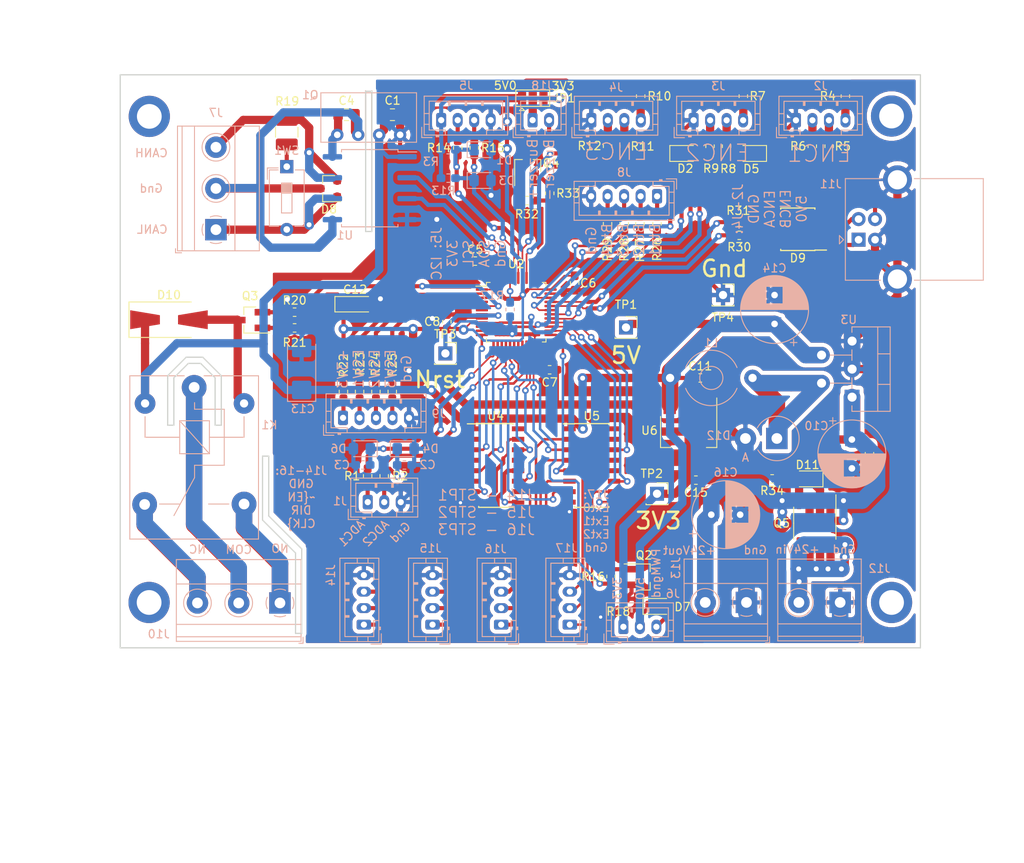
<source format=kicad_pcb>
(kicad_pcb (version 20240108) (generator "pcbnew") (generator_version "8.0")
  (layers (0 "F.Cu" signal) (31 "B.Cu" signal) (34 "B.Paste" user) (35 "F.Paste" user) (36 "B.SilkS" user "B.Silkscreen") (37 "F.SilkS" user "F.Silkscreen") (38 "B.Mask" user) (39 "F.Mask" user) (44 "Edge.Cuts" user))
  (net 0 "")
  (net 1 "GND")
  (net 2 "+5V")
  (net 3 "+3V3")
  (net 4 "Earth")
  (net 5 "/ADC2")
  (net 6 "/ADC1")
  (net 7 "Net-(C10-Pad1)")
  (net 8 "/I2C1_SCL")
  (net 9 "/I2C1_SDA")
  (net 10 "/G1")
  (net 11 "Net-(J1-Pad2)")
  (net 12 "Net-(J2-Pad3)")
  (net 13 "Net-(J2-Pad2)")
  (net 14 "Net-(J3-Pad2)")
  (net 15 "Net-(J3-Pad3)")
  (net 16 "Net-(J4-Pad2)")
  (net 17 "Net-(J4-Pad3)")
  (net 18 "Net-(J5-Pad3)")
  (net 19 "Net-(J5-Pad2)")
  (net 20 "/BTN1")
  (net 21 "/BTN2")
  (net 22 "/BTN3")
  (net 23 "/BTN4")
  (net 24 "Net-(J10-Pad2)")
  (net 25 "/CANL")
  (net 26 "/CANH")
  (net 27 "Net-(J15-Pad1)")
  (net 28 "Net-(J15-Pad2)")
  (net 29 "/Relay")
  (net 30 "/PWM")
  (net 31 "/CLK1")
  (net 32 "/DIR1")
  (net 33 "/~{EN1}")
  (net 34 "/CLK2")
  (net 35 "/DIR2")
  (net 36 "/~{EN2}")
  (net 37 "/CAN_Rx")
  (net 38 "/CAN_Tx")
  (net 39 "/Ext0")
  (net 40 "/Ext1")
  (net 41 "/Ext2")
  (net 42 "/CLK3")
  (net 43 "/DIR3")
  (net 44 "/~{EN3}")
  (net 45 "Net-(C4-Pad1)")
  (net 46 "/Enc2b")
  (net 47 "/Enc2a")
  (net 48 "Net-(D9-Pad1)")
  (net 49 "Net-(D9-Pad2)")
  (net 50 "Net-(D9-Pad3)")
  (net 51 "Net-(D9-Pad6)")
  (net 52 "Net-(D9-Pad7)")
  (net 53 "Net-(D10-Pad2)")
  (net 54 "Net-(D11-Pad2)")
  (net 55 "Net-(D12-Pad1)")
  (net 56 "Net-(J1-Pad1)")
  (net 57 "Net-(J2-Pad4)")
  (net 58 "Net-(J3-Pad4)")
  (net 59 "Net-(J4-Pad4)")
  (net 60 "Net-(J8-Pad1)")
  (net 61 "Net-(J8-Pad2)")
  (net 62 "Net-(J8-Pad3)")
  (net 63 "Net-(J8-Pad4)")
  (net 64 "Net-(J9-Pad4)")
  (net 65 "Net-(J9-Pad3)")
  (net 66 "Net-(J9-Pad2)")
  (net 67 "Net-(J9-Pad1)")
  (net 68 "Net-(J10-Pad1)")
  (net 69 "Net-(J10-Pad3)")
  (net 70 "Net-(J12-Pad2)")
  (net 71 "Net-(J14-Pad1)")
  (net 72 "Net-(J14-Pad2)")
  (net 73 "Net-(J14-Pad3)")
  (net 74 "Net-(J15-Pad3)")
  (net 75 "Net-(J16-Pad3)")
  (net 76 "Net-(J16-Pad2)")
  (net 77 "Net-(J16-Pad1)")
  (net 78 "Net-(J17-Pad3)")
  (net 79 "Net-(J17-Pad2)")
  (net 80 "Net-(J17-Pad1)")
  (net 81 "/Enc1a")
  (net 82 "/Enc1b")
  (net 83 "/Enc3a")
  (net 84 "/Enc3b")
  (net 85 "Net-(Q2-Pad1)")
  (net 86 "Net-(R17-Pad1)")
  (net 87 "Net-(R19-Pad1)")
  (net 88 "Net-(Q3-Pad1)")
  (net 89 "/ESW1")
  (net 90 "/ESW2")
  (net 91 "/ESW3")
  (net 92 "Net-(R30-Pad2)")
  (net 93 "Net-(R31-Pad2)")
  (net 94 "Net-(Q4-Pad1)")
  (net 95 "/Buzzer")
  (net 96 "Net-(Q4-Pad2)")
  (net 97 "Net-(TP3-Pad1)")
  (net 98 "Net-(J18-Pad2)")
  (net 99 "Net-(J18-Pad1)")
  (footprint "Capacitor_SMD:C_0805_2012Metric_Pad1.15x1.40mm_HandSolder" (layer "F.Cu") (at 94.497 73.8378)
    (property "Reference" "C1")
    (property "Value" "1")
  )
  (footprint "Capacitor_SMD:C_0603_1608Metric_Pad1.05x0.95mm_HandSolder" (layer "F.Cu") (at 104.535 91.5924 180)
    (property "Reference" "C5")
    (property "Value" "0.1")
  )
  (footprint "Capacitor_SMD:C_0603_1608Metric_Pad1.05x0.95mm_HandSolder" (layer "F.Cu") (at 116.586 94.248 90)
    (property "Reference" "C6")
    (property "Value" "0.1")
  )
  (footprint "Capacitor_SMD:C_0603_1608Metric_Pad1.05x0.95mm_HandSolder" (layer "F.Cu") (at 113.552 104.775)
    (property "Reference" "C7")
    (property "Value" "0.1")
  )
  (footprint "Capacitor_SMD:C_0805_2012Metric_Pad1.15x1.40mm_HandSolder" (layer "F.Cu") (at 88.9344 73.8378)
    (property "Reference" "C4")
    (property "Value" "1")
  )
  (footprint "Capacitor_SMD:C_0603_1608Metric_Pad1.05x0.95mm_HandSolder" (layer "F.Cu") (at 101.092 98.947 -90)
    (property "Reference" "C8")
    (property "Value" "0.1")
  )
  (footprint "Capacitor_SMD:C_0603_1608Metric_Pad1.05x0.95mm_HandSolder" (layer "F.Cu") (at 152.3238 114.9718 -90)
    (property "Reference" "C9")
    (property "Value" "0.1")
  )
  (footprint "Capacitor_SMD:C_0603_1608Metric_Pad1.05x0.95mm_HandSolder" (layer "F.Cu") (at 131.8146 105.7656)
    (property "Reference" "C11")
    (property "Value" "0.1")
  )
  (footprint "Capacitor_Tantalum_SMD:CP_EIA-3216-18_Kemet-A_Pad1.58x1.35mm_HandSolder" (layer "F.Cu") (at 90.0073 96.8248)
    (property "Reference" "C12")
    (property "Value" "47u 6V")
  )
  (footprint "Capacitor_SMD:C_0603_1608Metric_Pad1.05x0.95mm_HandSolder" (layer "F.Cu") (at 131.2812 118.1608)
    (property "Reference" "C15")
    (property "Value" "0.1")
  )
  (footprint "Diode_SMD:D_SMA-SMB_Universal_Handsoldering" (layer "F.Cu") (at 67.4072 98.7044)
    (property "Reference" "D10")
    (property "Value" "SS14")
  )
  (footprint "Package_SO:SOIC-8_3.9x4.9mm_P1.27mm" (layer "F.Cu") (at 143.637 87.7316 180)
    (property "Reference" "D9")
    (property "Value" "USB6B1")
  )
  (footprint "Diode_SMD:D_0805_2012Metric_Pad1.15x1.40mm_HandSolder" (layer "F.Cu") (at 144.8218 118.0084 180)
    (property "Reference" "D11")
    (property "Value" "MM3Z7V5")
  )
  (footprint "Package_SO:SO-8_3.9x4.9mm_P1.27mm" (layer "F.Cu") (at 145.6944 123.3836 -90)
    (property "Reference" "Q5")
    (property "Value" "IRF9310")
  )
  (footprint "Resistor_SMD:R_0603_1608Metric_Pad1.05x0.95mm_HandSolder" (layer "F.Cu") (at 93.4974 117.6515 90)
    (property "Reference" "R2")
    (property "Value" "10k")
  )
  (footprint "Resistor_SMD:R_0603_1608Metric_Pad1.05x0.95mm_HandSolder" (layer "F.Cu") (at 102.4128 77.8624 -90)
    (property "Reference" "R14")
    (property "Value" "100")
  )
  (footprint "Resistor_SMD:R_0603_1608Metric_Pad1.05x0.95mm_HandSolder" (layer "F.Cu") (at 104.4194 77.8624 -90)
    (property "Reference" "R15")
    (property "Value" "100")
  )
  (footprint "Resistor_SMD:R_0603_1608Metric_Pad1.05x0.95mm_HandSolder" (layer "F.Cu") (at 82.6376 97.79)
    (property "Reference" "R20")
    (property "Value" "10k")
  )
  (footprint "Resistor_SMD:R_0603_1608Metric_Pad1.05x0.95mm_HandSolder" (layer "F.Cu") (at 82.6376 99.695)
    (property "Reference" "R21")
    (property "Value" "330")
  )
  (footprint "Resistor_SMD:R_0603_1608Metric_Pad1.05x0.95mm_HandSolder" (layer "F.Cu") (at 136.539 88.4682 180)
    (property "Reference" "R30")
    (property "Value" "22")
  )
  (footprint "Resistor_SMD:R_0603_1608Metric_Pad1.05x0.95mm_HandSolder" (layer "F.Cu") (at 136.539 86.868 180)
    (property "Reference" "R31")
    (property "Value" "22")
  )
  (footprint "Resistor_SMD:R_1210_3225Metric_Pad1.42x2.65mm_HandSolder" (layer "F.Cu") (at 81.6864 75.9571 90)
    (property "Reference" "R19")
    (property "Value" "120")
  )
  (footprint "Resistor_SMD:R_0603_1608Metric_Pad1.05x0.95mm_HandSolder" (layer "F.Cu") (at 91.4908 117.6515 90)
    (property "Reference" "R1")
    (property "Value" "10k")
  )
  (footprint "Resistor_SMD:R_0603_1608Metric_Pad1.05x0.95mm_HandSolder" (layer "F.Cu") (at 140.5242 118.0084 180)
    (property "Reference" "R34")
    (property "Value" "4k7")
  )
  (footprint "Resistor_SMD:R_0603_1608Metric_Pad1.05x0.95mm_HandSolder" (layer "F.Cu") (at 120.9929 129.8435 -90)
    (property "Reference" "R16")
    (property "Value" "330")
  )
  (footprint "Resistor_SMD:R_0603_1608Metric_Pad1.05x0.95mm_HandSolder" (layer "F.Cu") (at 121.8705 132.5499)
    (property "Reference" "R18")
    (property "Value" "10k")
  )
  (footprint "Connector_PinSocket_2.54mm:PinSocket_1x01_P2.54mm_Vertical" (layer "F.Cu") (at 122.809 99.6442)
    (property "Reference" "TP1")
    (property "Value" "5V")
  )
  (footprint "Package_SO:SOIC-16_3.9x9.9mm_P1.27mm" (layer "F.Cu") (at 107.028 116.3828)
    (property "Reference" "U4")
    (property "Value" "CD4050")
  )
  (footprint "Package_QFP:LQFP-48_7x7mm_P0.5mm" (layer "F.Cu") (at 109.5025 97.794)
    (property "Reference" "U2")
    (property "Value" "STM32F072C8Tx")
  )
  (footprint "Package_SO:SOIC-16_3.9x9.9mm_P1.27mm" (layer "F.Cu") (at 118.6612 116.3828)
    (property "Reference" "U5")
    (property "Value" "CD4050")
  )
  (footprint "Diode_SMD:D_0805_2012Metric_Pad1.15x1.40mm_HandSolder" (layer "F.Cu") (at 129.9808 78.5368)
    (property "Reference" "D2")
    (property "Value" "D")
  )
  (footprint "Resistor_SMD:R_0603_1608Metric_Pad1.05x0.95mm_HandSolder" (layer "F.Cu") (at 149.4028 71.5912 -90)
    (property "Reference" "R4")
    (property "Value" "22")
  )
  (footprint "Resistor_SMD:R_0603_1608Metric_Pad1.05x0.95mm_HandSolder" (layer "F.Cu") (at 147.4343 77.6592 90)
    (property "Reference" "R5")
    (property "Value" "100")
  )
  (footprint "Resistor_SMD:R_0603_1608Metric_Pad1.05x0.95mm_HandSolder" (layer "F.Cu") (at 145.3896 77.6592 90)
    (property "Reference" "R6")
    (property "Value" "100")
  )
  (footprint "Resistor_SMD:R_0603_1608Metric_Pad1.05x0.95mm_HandSolder" (layer "F.Cu") (at 137.033 71.5912 -90)
    (property "Reference" "R7")
    (property "Value" "22")
  )
  (footprint "Resistor_SMD:R_0603_1608Metric_Pad1.05x0.95mm_HandSolder" (layer "F.Cu") (at 135.001 77.6592 90)
    (property "Reference" "R8")
    (property "Value" "100")
  )
  (footprint "Resistor_SMD:R_0603_1608Metric_Pad1.05x0.95mm_HandSolder" (layer "F.Cu") (at 132.9944 77.6592 90)
    (property "Reference" "R9")
    (property "Value" "100")
  )
  (footprint "Resistor_SMD:R_0603_1608Metric_Pad1.05x0.95mm_HandSolder" (layer "F.Cu") (at 124.587 71.5912 -90)
    (property "Reference" "R10")
    (property "Value" "22")
  )
  (footprint "Resistor_SMD:R_0603_1608Metric_Pad1.05x0.95mm_HandSolder" (layer "F.Cu") (at 122.6058 77.6592 90)
    (property "Reference" "R11")
    (property "Value" "100")
  )
  (footprint "Resistor_SMD:R_0603_1608Metric_Pad1.05x0.95mm_HandSolder" (layer "F.Cu") (at 120.5738 77.6592 90)
    (property "Reference" "R12")
    (property "Value" "100")
  )
  (footprint "Resistor_SMD:R_0603_1608Metric_Pad1.05x0.95mm_HandSolder" (layer "F.Cu") (at 88.5585 107.4181 90)
    (property "Reference" "R22")
    (property "Value" "47")
  )
  (footprint "Resistor_SMD:R_0603_1608Metric_Pad1.05x0.95mm_HandSolder" (layer "F.Cu") (at 90.5143 107.4181 90)
    (property "Reference" "R23")
    (property "Value" "100")
  )
  (footprint "Resistor_SMD:R_0603_1608Metric_Pad1.05x0.95mm_HandSolder" (layer "F.Cu") (at 92.4955 107.4181 90)
    (property "Reference" "R24")
    (property "Value" "100")
  )
  (footprint "Resistor_SMD:R_0603_1608Metric_Pad1.05x0.95mm_HandSolder" (layer "F.Cu") (at 94.4767 107.4181 90)
    (property "Reference" "R25")
    (property "Value" "100")
  )
  (footprint "Resistor_SMD:R_0603_1608Metric_Pad1.05x0.95mm_HandSolder" (layer "F.Cu") (at 126.5682 87.0699 90)
    (property "Reference" "R26")
    (property "Value" "100")
  )
  (footprint "Resistor_SMD:R_0603_1608Metric_Pad1.05x0.95mm_HandSolder" (layer "F.Cu") (at 124.4981 87.0699 90)
    (property "Reference" "R27")
    (property "Value" "100")
  )
  (footprint "Resistor_SMD:R_0603_1608Metric_Pad1.05x0.95mm_HandSolder" (layer "F.Cu") (at 122.5931 87.0699 90)
    (property "Reference" "R28")
    (property "Value" "100")
  )
  (footprint "Resistor_SMD:R_0603_1608Metric_Pad1.05x0.95mm_HandSolder" (layer "F.Cu") (at 120.5738 87.0699 90)
    (property "Reference" "R29")
    (property "Value" "100")
  )
  (footprint "Resistor_SMD:R_0603_1608Metric_Pad1.05x0.95mm_HandSolder" (layer "F.Cu") (at 110.8316 84.2518)
    (property "Reference" "R32")
    (property "Value" "330")
  )
  (footprint "Resistor_SMD:R_0603_1608Metric_Pad1.05x0.95mm_HandSolder" (layer "F.Cu") (at 113.5634 83.3742 90)
    (property "Reference" "R33")
    (property "Value" "10k")
  )
  (footprint "Connector_PinSocket_2.54mm:PinSocket_1x01_P2.54mm_Vertical" (layer "F.Cu") (at 100.9142 102.7938)
    (property "Reference" "TP3")
    (property "Value" "NRST")
  )
  (footprint "my_footprints:Hole_3mm" (layer "F.Cu") (at 65.024 74.041)
    (property "Reference" "P1" (hide yes))
    (property "Value" "Hole" (hide yes))
  )
  (footprint "my_footprints:Hole_3mm" (layer "F.Cu") (at 155 133)
    (property "Reference" "P2" (hide yes))
    (property "Value" "Hole" (hide yes))
  )
  (footprint "my_footprints:Hole_3mm" (layer "F.Cu") (at 65 133)
    (property "Reference" "P6" (hide yes))
    (property "Value" "Hole" (hide yes))
  )
  (footprint "my_footprints:Hole_3mm" (layer "F.Cu") (at 155 74)
    (property "Reference" "P7" (hide yes))
    (property "Value" "Hole" (hide yes))
  )
  (footprint "Package_TO_SOT_SMD:SOT-23_Handsoldering" (layer "F.Cu") (at 124.9793 129.9083)
    (property "Reference" "Q2")
    (property "Value" "SI2300")
  )
  (footprint "Package_TO_SOT_SMD:SOT-23_Handsoldering" (layer "F.Cu") (at 77.24 98.745 180)
    (property "Reference" "Q3")
    (property "Value" "SI2300")
  )
  (footprint "Package_TO_SOT_SMD:SOT-23_Handsoldering" (layer "F.Cu") (at 110.8964 80.0368 90)
    (property "Reference" "Q4")
    (property "Value" "SI2300")
  )
  (footprint "Package_TO_SOT_SMD:SOT-223-3_TabPin2" (layer "F.Cu") (at 130.4036 112.293 -90)
    (property "Reference" "U6")
    (property "Value" "LM1117-3.3")
  )
  (footprint "Package_TO_SOT_SMD:SOT-23" (layer "F.Cu") (at 86.8012 82.804 180)
    (property "Reference" "D8")
    (property "Value" "PESD1CAN")
  )
  (footprint "Diode_SMD:D_0805_2012Metric_Pad1.15x1.40mm_HandSolder" (layer "F.Cu") (at 126.737 133.477)
    (property "Reference" "D7")
    (property "Value" "D")
  )
  (footprint "Jumper:SolderJumper-3_P1.3mm_Open_Pad1.0x1.5mm" (layer "F.Cu") (at 111.506 71.8312)
    (property "Reference" "JP1")
    (property "Value" "SolderJumper_3_Open")
  )
  (footprint "Connector_PinSocket_2.54mm:PinSocket_1x01_P2.54mm_Vertical" (layer "F.Cu") (at 126.5682 119.8118)
    (property "Reference" "TP2")
    (property "Value" "3.3V")
  )
  (footprint "Connector_PinSocket_2.54mm:PinSocket_1x01_P2.54mm_Vertical" (layer "F.Cu") (at 134.5692 95.7072)
    (property "Reference" "TP4")
    (property "Value" "Gnd")
  )
  (footprint "Diode_SMD:D_0805_2012Metric_Pad1.15x1.40mm_HandSolder" (layer "F.Cu") (at 137.9818 78.5368 180)
    (property "Reference" "D5")
    (property "Value" "D")
  )
  (footprint "Capacitor_SMD:C_0603_1608Metric_Pad1.05x0.95mm_HandSolder" (layer "B.Cu") (at 95.9498 116.3193)
    (property "Reference" "C2")
    (property "Value" "0.1")
  )
  (footprint "Capacitor_SMD:C_0603_1608Metric_Pad1.05x0.95mm_HandSolder" (layer "B.Cu") (at 90.9206 116.3193 180)
    (property "Reference" "C3")
    (property "Value" "0.1")
  )
  (footprint "Capacitor_Tantalum_SMD:CP_EIA-6032-28_Kemet-C_Pad2.25x2.35mm_HandSolder" (layer "B.Cu") (at 83.4898 104.6734 90)
    (property "Reference" "C13")
    (property "Value" "47u 10V")
  )
  (footprint "Diode_SMD:D_0805_2012Metric_Pad1.15x1.40mm_HandSolder" (layer "B.Cu") (at 105.419 78.0796)
    (property "Reference" "D1")
    (property "Value" "CESD3V3")
  )
  (footprint "Diode_SMD:D_0805_2012Metric_Pad1.15x1.40mm_HandSolder" (layer "B.Cu") (at 105.419 81.8134)
    (property "Reference" "D3")
    (property "Value" "CESD3V3")
  )
  (footprint "Diode_SMD:D_0805_2012Metric_Pad1.15x1.40mm_HandSolder" (layer "B.Cu") (at 96.1046 114.3508)
    (property "Reference" "D4")
    (property "Value" "CESD3V3")
  )
  (footprint "Diode_SMD:D_0805_2012Metric_Pad1.15x1.40mm_HandSolder" (layer "B.Cu") (at 90.7886 114.3508 180)
    (property "Reference" "D6")
    (property "Value" "CESD3V3")
  )
  (footprint "Diode_THT:D_DO-201_P3.81mm_Vertical_AnodeUp" (layer "B.Cu") (at 141.097 113.1062 180)
    (property "Reference" "D12")
    (property "Value" "1N5822")
  )
  (footprint "TerminalBlock_Phoenix:TerminalBlock_Phoenix_MKDS-1,5-3_1x03_P5.00mm_Horizontal" (layer "B.Cu") (at 80.8619 133.0577 180)
    (property "Reference" "J10")
    (property "Value" "Screw_Terminal_01x03")
  )
  (footprint "TerminalBlock_Phoenix:TerminalBlock_Phoenix_MKDS-1,5-3_1x03_P5.00mm_Horizontal" (layer "B.Cu") (at 73.1012 87.7824 90)
    (property "Reference" "J7")
    (property "Value" "Screw_Terminal_01x03")
  )
  (footprint "Relay_THT:Relay_SPDT_SANYOU_SRD_Series_Form_C" (layer "B.Cu") (at 70.4596 106.9086 -90)
    (property "Reference" "K1")
    (property "Value" "G5LE-1")
  )
  (footprint "Resistor_SMD:R_0603_1608Metric_Pad1.05x0.95mm_HandSolder" (layer "B.Cu") (at 108.7628 97.4712 -90)
    (property "Reference" "R17")
    (property "Value" "10k")
  )
  (footprint "Resistor_SMD:R_0603_1608Metric_Pad1.05x0.95mm_HandSolder" (layer "B.Cu") (at 101.2584 78.0796 180)
    (property "Reference" "R3")
    (property "Value" "4k7")
  )
  (footprint "Resistor_SMD:R_0603_1608Metric_Pad1.05x0.95mm_HandSolder" (layer "B.Cu") (at 101.2584 81.534 180)
    (property "Reference" "R13")
    (property "Value" "4k7")
  )
  (footprint "Button_Switch_THT:SW_DIP_SPSTx01_Slide_6.7x4.1mm_W7.62mm_P2.54mm_LowProfile" (layer "B.Cu") (at 81.6864 80.137 -90)
    (property "Reference" "SW1")
    (property "Value" "SW_DIP_x01")
  )
  (footprint "Package_SO:SOP-8_6.62x9.15mm_P2.54mm" (layer "B.Cu") (at 91.7448 82.7532 180)
    (property "Reference" "U1")
    (property "Value" "ISO1050DUB")
  )
  (footprint "Connector_JST:JST_PH_B3B-PH-K_1x03_P2.00mm_Vertical" (layer "B.Cu") (at 91.5035 120.8278)
    (property "Reference" "J1")
    (property "Value" "01x03")
  )
  (footprint "Connector_JST:JST_PH_B4B-PH-K_1x04_P2.00mm_Vertical" (layer "B.Cu") (at 143.4084 74.5109)
    (property "Reference" "J2")
    (property "Value" "Conn_01x04_Female")
  )
  (footprint "Connector_JST:JST_PH_B4B-PH-K_1x04_P2.00mm_Vertical" (layer "B.Cu") (at 131.00685 74.5109)
    (property "Reference" "J3")
    (property "Value" "Conn_01x04_Female")
  )
  (footprint "Connector_JST:JST_PH_B4B-PH-K_1x04_P2.00mm_Vertical" (layer "B.Cu") (at 118.6053 74.5109)
    (property "Reference" "J4")
    (property "Value" "Conn_01x04_Female")
  )
  (footprint "Connector_JST:JST_PH_B4B-PH-K_1x04_P2.00mm_Vertical" (layer "B.Cu") (at 100.4062 74.4982)
    (property "Reference" "J5")
    (property "Value" "Conn_01x04_Female")
  )
  (footprint "Connector_JST:JST_PH_B3B-PH-K_1x03_P2.00mm_Vertical" (layer "B.Cu") (at 122.4915 135.9535)
    (property "Reference" "J6")
    (property "Value" "01x03")
  )
  (footprint "Connector_JST:JST_PH_B5B-PH-K_1x05_P2.00mm_Vertical" (layer "B.Cu") (at 126.5809 83.7311 180)
    (property "Reference" "J8")
    (property "Value" "01x05")
  )
  (footprint "Connector_JST:JST_PH_B5B-PH-K_1x05_P2.00mm_Vertical" (layer "B.Cu") (at 88.5077 110.6071)
    (property "Reference" "J9")
    (property "Value" "01x05")
  )
  (footprint "Connector_JST:JST_PH_B4B-PH-K_1x04_P2.00mm_Vertical" (layer "B.Cu") (at 99.356333 135.6868 90)
    (property "Reference" "J15")
    (property "Value" "Conn_01x04_Female")
  )
  (footprint "Connector_JST:JST_PH_B4B-PH-K_1x04_P2.00mm_Vertical" (layer "B.Cu") (at 107.679066 135.6868 90)
    (property "Reference" "J16")
    (property "Value" "Conn_01x04_Female")
  )
  (footprint "Connector_JST:JST_PH_B4B-PH-K_1x04_P2.00mm_Vertical" (layer "B.Cu") (at 116.0018 135.6868 90)
    (property "Reference" "J17")
    (property "Value" "Conn_01x04_Female")
  )
  (footprint "Package_TO_SOT_THT:TO-220-5_P3.4x3.7mm_StaggerEven_Lead3.8mm_Vertical" (layer "B.Cu") (at 150.2156 108.0952 90)
    (property "Reference" "U3")
    (property "Value" "LM2576-5.0")
  )
  (footprint "Connector_USB:USB_B_OST_USB-B1HSxx_Horizontal" (layer "B.Cu") (at 151 89)
    (property "Reference" "J11")
    (property "Value" "USB_B")
  )
  (footprint "TerminalBlock_Phoenix:TerminalBlock_Phoenix_MKDS-1,5-2_1x02_P5.00mm_Horizontal" (layer "B.Cu") (at 137.414 132.9944 180)
    (property "Reference" "J13")
    (property "Value" "Screw_Terminal_01x02")
  )
  (footprint "my_footprints:B0x0xS" (layer "B.Cu") (at 91.6178 76.2762 180)
    (property "Reference" "Q1")
    (property "Value" "B0505S")
  )
  (footprint "Inductor_THT:L_Toroid_Horizontal_D6.5mm_P10.00mm_Diameter7-5mm_Amidon-T25" (layer "B.Cu") (at 128.1506 105.7656)
    (property "Reference" "L1")
    (property "Value" "100u")
  )
  (footprint "Connector_JST:JST_PH_B4B-PH-K_1x04_P2.00mm_Vertical" (layer "B.Cu") (at 91.0336 135.6868 90)
    (property "Reference" "J14")
    (property "Value" "Conn_01x04_Female")
  )
  (footprint "Connector_JST:JST_PH_B2B-PH-K_1x02_P2.00mm_Vertical" (layer "B.Cu") (at 111.4872 74.4982)
    (property "Reference" "J18")
    (property "Value" "buzzer")
  )
  (footprint "Capacitor_THT:CP_Radial_D8.0mm_P3.50mm" (layer "B.Cu") (at 133.1468 122.3518)
    (property "Reference" "C16")
    (property "Value" "100u 35V")
  )
  (footprint "Capacitor_THT:CP_Radial_D8.0mm_P3.50mm" (layer "B.Cu") (at 150.1902 113.2332 -90)
    (property "Reference" "C10")
    (property "Value" "100u 16V")
  )
  (footprint "Capacitor_THT:CP_Radial_D8.0mm_P3.50mm" (layer "B.Cu") (at 140.8176 99.2124 90)
    (property "Reference" "C14")
    (property "Value" "100u 16V")
  )
  (footprint "TerminalBlock_Phoenix:TerminalBlock_Phoenix_MKDS-1,5-2_1x02_P5.00mm_Horizontal" (layer "B.Cu") (at 148.7678 132.9944 180)
    (property "Reference" "J12")
    (property "Value" "Screw_Terminal_01x02")
  )
  (gr_line (start 61.5 69) (end 61.5 138.5) (stroke (width 0.15)) (layer "Edge.Cuts"))
  (gr_line (start 71.25 104) (end 69.75 104) (stroke (width 0.15)) (layer "Edge.Cuts"))
  (gr_line (start 73.75 111.5) (end 73 111.5) (stroke (width 0.15)) (layer "Edge.Cuts"))
  (gr_line (start 83.5 136.75) (end 82.75 136.75) (stroke (width 0.15)) (layer "Edge.Cuts"))
  (gr_line (start 92 71) (end 91.25 71) (stroke (width 0.15)) (layer "Edge.Cuts"))
  (gr_line (start 92 88) (end 92 71) (stroke (width 0.15)) (layer "Edge.Cuts"))
  (gr_line (start 67.25 105.5) (end 69.5 103.25) (stroke (width 0.15)) (layer "Edge.Cuts"))
  (gr_line (start 78.75 123) (end 78.75 115.25) (stroke (width 0.15)) (layer "Edge.Cuts"))
  (gr_line (start 69.5 103.25) (end 71.5 103.25) (stroke (width 0.15)) (layer "Edge.Cuts"))
  (gr_line (start 61.5 138.5) (end 158.5 138.5) (stroke (width 0.15)) (layer "Edge.Cuts"))
  (gr_line (start 73.75 105.5) (end 73.75 111.5) (stroke (width 0.15)) (layer "Edge.Cuts"))
  (gr_line (start 71.5 103.25) (end 73.75 105.5) (stroke (width 0.15)) (layer "Edge.Cuts"))
  (gr_line (start 91.25 88) (end 92 88) (stroke (width 0.15)) (layer "Edge.Cuts"))
  (gr_line (start 78.75 115.25) (end 79.5 115.25) (stroke (width 0.15)) (layer "Edge.Cuts"))
  (gr_line (start 158.5 69) (end 61.5 69) (stroke (width 0.15)) (layer "Edge.Cuts"))
  (gr_line (start 68 111.5) (end 67.25 111.5) (stroke (width 0.15)) (layer "Edge.Cuts"))
  (gr_line (start 67.25 111.5) (end 67.25 105.75) (stroke (width 0.15)) (layer "Edge.Cuts"))
  (gr_line (start 82.75 136.75) (end 82.75 127) (stroke (width 0.15)) (layer "Edge.Cuts"))
  (gr_line (start 82.75 127) (end 78.75 123) (stroke (width 0.15)) (layer "Edge.Cuts"))
  (gr_line (start 79.5 115.25) (end 79.5 122.5) (stroke (width 0.15)) (layer "Edge.Cuts"))
  (gr_line (start 73 105.75) (end 71.25 104) (stroke (width 0.15)) (layer "Edge.Cuts"))
  (gr_line (start 91.25 71) (end 91.25 88) (stroke (width 0.15)) (layer "Edge.Cuts"))
  (gr_line (start 67.25 105.75) (end 67.25 105.5) (stroke (width 0.15)) (layer "Edge.Cuts"))
  (gr_line (start 83.5 126.5) (end 83.5 136.75) (stroke (width 0.15)) (layer "Edge.Cuts"))
  (gr_line (start 73 111.5) (end 73 105.75) (stroke (width 0.15)) (layer "Edge.Cuts"))
  (gr_line (start 68 111.5) (end 68 105.75) (stroke (width 0.15)) (layer "Edge.Cuts"))
  (gr_line (start 68 105.75) (end 69.75 104) (stroke (width 0.15)) (layer "Edge.Cuts"))
  (gr_line (start 158.5 138.5) (end 158.5 69) (stroke (width 0.15)) (layer "Edge.Cuts"))
  (gr_line (start 79.5 122.5) (end 83.5 126.5) (stroke (width 0.15)) (layer "Edge.Cuts"))
  (gr_text "Gnd" (at 138.4808 126.6444 0) (layer "B.SilkS") (effects (font (size 1 1)) (justify mirror)))
  (gr_text "ENC2" (at 133.858 78.486 0) (layer "B.SilkS") (effects (font (size 2 2)) (justify mirror)))
  (gr_text "ENC3" (at 121.5898 78.3336 0) (layer "B.SilkS") (effects (font (size 2 2)) (justify mirror)))
  (gr_text "Buzzer-" (at 113.4872 80.518 90) (layer "B.SilkS") (effects (font (size 1.2 1.2)) (justify mirror)))
  (gr_text "J17:\nExt0\nExt1\nExt2\nGnd" (at 119.2022 123.1138 0) (layer "B.SilkS") (effects (font (size 1 1)) (justify mirror)))
  (gr_text "J5: I2C\n3V3\nSCL\nSDA\nGnd" (at 103.7082 90.678 90) (layer "B.SilkS") (effects (font (size 1.2 1.2)) (justify mirror)))
  (gr_text "CANL" (at 65.3796 87.757 0) (layer "B.SilkS") (effects (font (size 1 1)) (justify mirror)))
  (gr_text "+24Vout" (at 130.5052 126.6952 0) (layer "B.SilkS") (effects (font (size 1 1)) (justify mirror)))
  (gr_text "J14-16:\nGND\n~{EN\nDIR\nCLK}" (at 83.439 120.2182 0) (layer "B.SilkS") (effects (font (size 1 1)) (justify mirror)))
  (gr_text "NC" (at 70.866 126.5682 0) (layer "B.SilkS") (effects (font (size 1 1)) (justify mirror)))
  (gr_text "J2-J4:\nGND\nENCA\nENCB\n5V0" (at 140.2334 85.2678 90) (layer "B.SilkS") (effects (font (size 1.2 1.2)) (justify mirror)))
  (gr_text "Gnd" (at 65.2526 82.7786 0) (layer "B.SilkS") (effects (font (size 1 1)) (justify mirror)))
  (gr_text "NO" (at 80.8736 126.4666 0) (layer "B.SilkS") (effects (font (size 1 1)) (justify mirror)))
  (gr_text "COM" (at 75.8698 126.5936 0) (layer "B.SilkS") (effects (font (size 1 1)) (justify mirror)))
  (gr_text "CANH" (at 65.278 78.486 0) (layer "B.SilkS") (effects (font (size 1 1)) (justify mirror)))
  (gr_text "ENC1" (at 146.2278 78.5622 0) (layer "B.SilkS") (effects (font (size 2 2)) (justify mirror)))
  (gr_text "Gnd" (at 95.4532 124.4854 45) (layer "B.SilkS") (effects (font (size 1 1)) (justify mirror)))
  (gr_text "3V3" (at 121.7676 131.2926 90) (layer "B.SilkS") (effects (font (size 1 1)) (justify mirror)))
  (gr_text "ADC1" (at 89.535 124.6124 45) (layer "B.SilkS") (effects (font (size 1 1)) (justify mirror)))
  (gr_text "Gnd\nBtn4\nBtn3\nBtn2\nBtn1" (at 122.4534 89.0778 90) (layer "B.SilkS") (effects (font (size 1.2 1.2)) (justify mirror)))
  (gr_text "PWMgnd" (at 126.4666 129.4638 90) (layer "B.SilkS") (effects (font (size 1 1)) (justify mirror)))
  (gr_text "Buzzer+" (at 111.4806 80.4672 90) (layer "B.SilkS") (effects (font (size 1.2 1.2)) (justify mirror)))
  (gr_text "ADC2" (at 92.4814 124.6124 45) (layer "B.SilkS") (effects (font (size 1 1)) (justify mirror)))
  (gr_text "+24Vin" (at 143.5862 126.5682 0) (layer "B.SilkS") (effects (font (size 1 1)) (justify mirror)))
  (gr_text "+3V3\nESW1\nESW2\nESW3\nGnd" (at 92.329 104.6734 90) (layer "B.SilkS") (effects (font (size 1.2 1.2)) (justify mirror)))
  (gr_text "J14 - STP1\nJ15 - STP2\nJ16 - STP3" (at 111.887 122.0724 0) (layer "B.SilkS") (effects (font (size 1.3 1.3)) (justify left mirror)))
  (gr_text "Gnd" (at 149.2504 126.5682 0) (layer "B.SilkS") (effects (font (size 1 1)) (justify mirror)))
  (gr_text "5V0" (at 124.5362 131.318 90) (layer "B.SilkS") (effects (font (size 1 1)) (justify mirror)))
  (gr_text "Gnd" (at 134.7216 92.5068 0) (layer "F.SilkS") (effects (font (size 2 2) (thickness 0.3))))
  (gr_text "Nrst" (at 100.2284 105.9688 0) (layer "F.SilkS") (effects (font (size 2 2) (thickness 0.3))))
  (gr_text "3V3" (at 126.746 123.0884 0) (layer "F.SilkS") (effects (font (size 2 2) (thickness 0.3))))
  (gr_text "5V" (at 122.809 103.0224 0) (layer "F.SilkS") (effects (font (size 2 2) (thickness 0.3))))
  (gr_text "5V0" (at 108.1786 70.3072 0) (layer "F.SilkS") (effects (font (size 1 1))))
  (gr_text "3V3" (at 115.189 70.358 0) (layer "F.SilkS") (effects (font (size 1 1))))
  (segment (start 104.86941 98.49401) (end 102.91361 98.49401) (width 0.2) (layer "F.Cu") (net 1))
  (segment (start 146.7358 85.8266) (end 150.8324 81.73) (width 0.3) (layer "F.Cu") (net 1))
  (segment (start 102.4916 98.072) (end 101.092 98.072) (width 0.5) (layer "F.Cu") (net 1))
  (segment (start 150.2156 101.2952) (end 150.2156 98.8314) (width 2) (layer "F.Cu") (net 1))
  (segment (start 153.6918 104.6952) (end 150.2156 104.6952) (width 1) (layer "F.Cu") (net 1))
  (segment (start 154.9654 105.9688) (end 153.6918 104.6952) (width 1) (layer "F.Cu") (net 1))
  (segment (start 147.0966 95.7124) (end 140.8176 95.7124) (width 2) (layer "F.Cu") (net 1))
  (segment (start 115.9612 120.8278) (end 115.9612 121.986) (width 0.3) (layer "F.Cu") (net 1))
  (segment (start 155.71 93.77) (end 155.71 95.8008) (width 1) (layer "F.Cu") (net 1))
  (segment (start 128.9558 78.5368) (end 128.9558 76.56195) (width 0.5) (layer "F.Cu") (net 1))
  (segment (start 137.414 132.9944) (end 137.414 123.119) (width 2) (layer "F.Cu") (net 1))
  (segment (start 111.7525 101.9565) (end 111.7525 103.0045) (width 0.2) (layer "F.Cu") (net 1))
  (segment (start 112.677 104.775) (end 112.677 103.7616) (width 0.2) (layer "F.Cu") (net 1))
  (segment (start 153 89) (end 153 91.06) (width 1) (layer "F.Cu") (net 1))
  (segment (start 139.6492 119.3494) (end 136.6468 122.3518) (width 1) (layer "F.Cu") (net 1))
  (segment (start 150.2156 104.6952) (end 150.2156 101.2952) (width 2) (layer "F.Cu") (net 1))
  (segment (start 155.71 81.73) (end 155.71 93.77) (width 1) (layer "F.Cu") (net 1))
  (segment (start 111.7525 100.6781) (end 111.4806 100.4062) (width 0.2) (layer "F.Cu") (net 1))
  (segment (start 123.4793 130.8583) (end 123.4793 131.8161) (width 0.5) (layer "F.Cu") (net 1))
  (segment (start 151.4374 116.7332) (end 152.3238 115.8468) (width 0.5) (layer "F.Cu") (net 1))
  (segment (start 136.6668 113.1062) (end 132.7036 109.143) (width 1) (layer "F.Cu") (net 1))
  (segment (start 100.612 98.552) (end 101.092 98.072) (width 0.5) (layer "F.Cu") (net 1))
  (segment (start 96.5077 110.6071) (end 96.5077 104.8889) (width 0.5) (layer "F.Cu") (net 1))
  (segment (start 81.7576 97.795) (end 81.7626 97.79) (width 0.5) (layer "F.Cu") (net 1))
  (segment (start 122.7455 133.6675) (end 122.301 134.112) (width 0.3) (layer "F.Cu") (net 1))
  (segment (start 104.2416 89.1032) (end 105.41 90.2716) (width 0.5) (layer "F.Cu") (net 1))
  (segment (start 120.396 134.112) (end 119.7356 134.7724) (width 0.3) (layer "F.Cu") (net 1))
  (segment (start 140.937 85.8266) (end 146.337 85.8266) (width 0.3) (layer "F.Cu") (net 1))
  (segment (start 106.5784 91.5924) (end 105.41 91.5924) (width 0.2) (layer "F.Cu") (net 1))
  (segment (start 102.91361 98.49401) (end 102.4916 98.072) (width 0.5) (layer "F.Cu") (net 1))
  (segment (start 154.9654 116.8654) (end 154.9654 105.9688) (width 1) (layer "F.Cu") (net 1))
  (segment (start 151.3078 117.8508) (end 153.98 117.8508) (width 1) (layer "F.Cu") (net 1))
  (segment (start 153.98 117.8508) (end 154.9654 116.8654) (width 1) (layer "F.Cu") (net 1))
  (segment (start 99.8728 86.5378) (end 102.4382 89.1032) (width 0.5) (layer "F.Cu") (net 1))
  (segment (start 104.328 120.8278) (end 102.8192 120.8278) (width 0.3) (layer "F.Cu") (net 1))
  (segment (start 107.2525 92.2665) (end 106.5784 91.5924) (width 0.2) (layer "F.Cu") (net 1))
  (segment (start 122.7455 132.5499) (end 122.7455 133.6675) (width 0.3) (layer "F.Cu") (net 1))
  (segment (start 95.4278 73.932) (end 95.522 73.8378) (width 1) (layer "F.Cu") (net 1))
  (segment (start 132.0038 93.1418) (end 134.5692 95.7072) (width 0.5) (layer "F.Cu") (net 1))
  (segment (start 91.4448 96.8248) (end 92.3798 96.8248) (width 0.3) (layer "F.Cu") (net 1))
  (segment (start 122.301 134.112) (end 120.396 134.112) (width 0.3) (layer "F.Cu") (net 1))
  (segment (start 111.7525 101.9565) (end 111.7525 100.6781) (width 0.2) (layer "F.Cu") (net 1))
  (segment (start 105.41 90.2716) (end 105.41 91.5924) (width 0.5) (layer "F.Cu") (net 1))
  (segment (start 111.7525 103.0045) (end 112.0573 103.3093) (width 0.2) (layer "F.Cu") (net 1))
  (segment (start 104.9194 98.544) (end 104.86941 98.49401) (width 0.2) (layer "F.Cu") (net 1))
  (segment (start 99.3394 98.552) (end 100.612 98.552) (width 0.5) (layer "F.Cu") (net 1))
  (segment (start 132.1562 118.1608) (end 139.4968 118.1608) (width 1) (layer "F.Cu") (net 1))
  (segment (start 104.2416 85.8266) (end 104.2416 89.1032) (width 0.5) (layer "F.Cu") (net 1))
  (segment (start 150.2156 98.8314) (end 147.0966 95.7124) (width 2) (layer "F.Cu") (net 1))
  (segment (start 106.4514 83.6168) (end 104.2416 85.8266) (width 0.5) (layer "F.Cu") (net 1))
  (segment (start 102.8192 120.8278) (end 102.743 120.904) (width 0.3) (layer "F.Cu") (net 1))
  (segment (start 107.2525 93.6315) (end 107.2525 92.2665) (width 0.2) (layer "F.Cu") (net 1))
  (segment (start 139.0068 78.5368) (end 139.3825 78.5368) (width 0.5) (layer "F.Cu") (net 1))
  (segment (start 102.4382 89.1032) (end 104.2416 89.1032) (width 0.5) (layer "F.Cu") (net 1))
  (segment (start 128.9558 76.56195) (end 131.00685 74.5109) (width 0.5) (layer "F.Cu") (net 1))
  (segment (start 111.4806 100.4062) (end 109.0168 100.4062) (width 0.2) (layer "F.Cu") (net 1))
  (segment (start 112.677 103.7616) (end 112.2247 103.3093) (width 0.2) (layer "F.Cu") (net 1))
  (segment (start 132.6896 105.7656) (end 132.6896 109.129) (width 0.5) (layer "F.Cu") (net 1))
  (segment (start 155.71 95.8008) (end 150.2156 101.2952) (width 1) (layer "F.Cu") (net 1))
  (segment (start 115.9612 121.986) (end 115.951 121.9962) (width 0.3) (layer "F.Cu") (net 1))
  (segment (start 150.1902 116.7332) (end 151.3078 117.8508) (width 1) (layer "F.Cu") (net 1))
  (segment (start 116.586 95.123) (end 118.5672 93.1418) (width 0.5) (layer "F.Cu") (net 1))
  (segment (start 132.6896 109.129) (end 132.7036 109.143) (width 0.5) (layer "F.Cu") (net 1))
  (segment (start 123.4793 131.8161) (end 122.7455 132.5499) (width 0.5) (layer "F.Cu") (net 1))
  (segment (start 78.74 97.795) (end 81.7576 97.795) (width 0.5) (layer "F.Cu") (net 1))
  (segment (start 95.4278 82.0928) (end 99.8728 86.5378) (width 0.5) (layer "F.Cu") (net 1))
  (segment (start 137.414 123.119) (end 136.6468 122.3518) (width 2) (layer "F.Cu") (net 1))
  (segment (start 150.1902 116.7332) (end 151.4374 116.7332) (width 0.5) (layer "F.Cu") (net 1))
  (segment (start 81.7626 96.2406) (end 81.7626 97.79) (width 0.2) (layer "F.Cu") (net 1))
  (segment (start 153 91.06) (end 155.71 93.77) (width 1) (layer "F.Cu") (net 1))
  (segment (start 105.34 98.544) (end 104.9194 98.544) (width 0.2) (layer "F.Cu") (net 1))
  (segment (start 116.165 95.544) (end 116.586 95.123) (width 0.2) (layer "F.Cu") (net 1))
  (segment (start 112.2247 103.3093) (end 112.0573 103.3093) (width 0.2) (layer "F.Cu") (net 1))
  (segment (start 137.287 113.1062) (end 137.287 115.6462) (width 1) (layer "F.Cu") (net 1))
  (segment (start 95.4278 76.2762) (end 95.4278 82.0928) (width 0.5) (layer "F.Cu") (net 1))
  (segment (start 92.3798 96.8248) (end 93.0402 96.1644) (width 0.5) (layer "F.Cu") (net 1))
  (segment (start 139.4968 118.1608) (end 139.6492 118.0084) (width 1) (layer "F.Cu") (net 1))
  (segment (start 118.5672 93.1418) (end 132.0038 93.1418) (width 0.5) (layer "F.Cu") (net 1))
  (segment (start 150.8324 81.73) (end 155.71 81.73) (width 0.3) (layer "F.Cu") (net 1))
  (segment (start 113.665 95.544) (end 116.165 95.544) (width 0.2) (layer "F.Cu") (net 1))
  (segment (start 137.287 113.1062) (end 136.6668 113.1062) (width 1) (layer "F.Cu") (net 1))
  (segment (start 146.337 85.8266) (end 146.7358 85.8266) (width 0.3) (layer "F.Cu") (net 1))
  (segment (start 139.6492 118.0084) (end 139.6492 119.3494) (width 1) (layer "F.Cu") (net 1))
  (segment (start 137.287 115.6462) (end 139.6492 118.0084) (width 1) (layer "F.Cu") (net 1))
  (segment (start 139.3825 78.5368) (end 143.4084 74.5109) (width 0.5) (layer "F.Cu") (net 1))
  (segment (start 95.4278 76.2762) (end 95.4278 73.932) (width 1) (layer "F.Cu") (net 1))
  (via (at 109.0168 100.4062) (size 0.8) (drill 0.4) (layers "F.Cu" "B.Cu") (net 1))
  (via (at 106.4514 83.6168) (size 1.2) (drill 0.6) (layers "F.Cu" "B.Cu") (net 1))
  (via (at 99.3394 98.552) (size 1.2) (drill 0.6) (layers "F.Cu" "B.Cu") (net 1))
  (via (at 99.8728 86.5378) (size 1.2) (drill 0.6) (layers "F.Cu" "B.Cu") (net 1))
  (via (at 96.5077 104.8889) (size 1.2) (drill 0.6) (layers "F.Cu" "B.Cu") (net 1))
  (via (at 115.951 121.9962) (size 0.8) (drill 0.4) (layers "F.Cu" "B.Cu") (net 1))
  (via (at 102.743 120.904) (size 0.8) (drill 0.4) (layers "F.Cu" "B.Cu") (net 1))
  (via (at 93.0402 96.1644) (size 1.2) (drill 0.6) (layers "F.Cu" "B.Cu") (net 1))
  (via (at 81.7626 96.2406) (size 1.2) (drill 0.6) (layers "F.Cu" "B.Cu") (net 1))
  (via (at 119.7356 134.7724) (size 0.8) (drill 0.4) (layers "F.Cu" "B.Cu") (net 1))
  (segment (start 81.7626 96.2406) (end 92.964 96.2406) (width 0.2) (layer "B.Cu") (net 1))
  (segment (start 91.5285 104.8889) (end 96.5077 104.8889) (width 0.3) (layer "B.Cu") (net 1))
  (segment (start 97.1296 116.0145) (end 96.8248 116.3193) (width 0.5) (layer "B.Cu") (net 1))
  (segment (start 92.964 96.2406) (end 93.0402 96.1644) (width 0.2) (layer "B.Cu") (net 1))
  (segment (start 119.2784 72.4662) (end 118.6053 73.1393) (width 0.5) (layer "B.Cu") (net 1))
  (segment (start 93.0402 94.9452) (end 93.1545 94.8309) (width 0.3) (layer "B.Cu") (net 1))
  (segment (start 97.1296 114.3508) (end 97.1296 116.0145) (width 0.5) (layer "B.Cu") (net 1))
  (segment (start 97.1296 114.3508) (end 97.1296 111.229) (width 0.5) (layer "B.Cu") (net 1))
  (segment (start 147.2236 95.7124) (end 140.8176 95.7124) (width 2) (layer "B.Cu") (net 1))
  (segment (start 96.8248 119.5065) (end 95.5035 120.8278) (width 0.5) (layer "B.Cu") (net 1))
  (segment (start 106.4062 76.1802) (end 116.936 76.1802) (width 0.5) (layer "B.Cu") (net 1))
  (segment (start 137.414 123.119) (end 136.6468 122.3518) (width 2) (layer "B.Cu") (net 1))
  (segment (start 106.4062 74.4982) (end 106.4062 76.1802) (width 0.5) (layer "B.Cu") (net 1))
  (segment (start 147.4652 81.73) (end 155.71 81.73) (width 0.3) (layer "B.Cu") (net 1))
  (segment (start 103.0478 104.5464) (end 102.7053 104.8889) (width 0.3) (layer "B.Cu") (net 1))
  (segment (start 83.4898 102.1234) (end 83.4898 100.711) (width 0.3) (layer "B.Cu") (net 1))
  (segment (start 95.2952 129.6868) (end 99.356333 129.6868) (width 0.3) (layer "B.Cu") (net 1))
  (segment (start 134.5744 95.7124) (end 134.5692 95.7072) (width 0.5) (layer "B.Cu") (net 1))
  (segment (start 95.5035 129.4785) (end 95.2952 129.6868) (width 0.3) (layer "B.Cu") (net 1))
  (segment (start 99.8474 86.5632) (end 99.8728 86.5378) (width 0.5) (layer "B.Cu") (net 1))
  (segment (start 96.2698 86.5632) (end 99.8474 86.5632) (width 0.5) (layer "B.Cu") (net 1))
  (segment (start 95.5035 120.8278) (end 102.6668 120.8278) (width 0.3) (layer "B.Cu") (net 1))
  (segment (start 96.5077 104.8889) (end 96.5077 103.3649) (width 0.5) (layer "B.Cu") (net 1))
  (segment (start 131.00685 74.5109) (end 131.00685 73.48855) (width 0.5) (layer "B.Cu") (net 1))
  (segment (start 104.6734 98.9076) (end 102.733998 98.9076) (width 0.3) (layer "B.Cu") (net 1))
  (segment (start 93.1545 94.8309) (end 96.2698 91.7156) (width 0.3) (layer "B.Cu") (net 1))
  (segment (start 137.414 134.3152) (end 139.7 136.6012) (width 2) (layer "B.Cu") (net 1))
  (segment (start 116.0018 129.6868) (end 113.2388 129.6868) (width 0.3) (layer "B.Cu") (net 1))
  (segment (start 118.3894 137.2616) (end 114.2238 137.2616) (width 0.3) (layer "B.Cu") (net 1))
  (segment (start 96.8248 118.618) (end 96.8248 119.5065) (width 0.5) (layer "B.Cu") (net 1))
  (segment (start 99.3394 100.33) (end 99.3394 98.552) (width 0.5) (layer "B.Cu") (net 1))
  (segment (start 91.0336 129.6868) (end 95.2952 129.6868) (width 0.3) (layer "B.Cu") (net 1))
  (segment (start 90.2462 122.8344) (end 94.6912 122.8344) (width 0.5) (layer "B.Cu") (net 1))
  (segment (start 96.5077 103.1617) (end 99.3394 100.33) (width 0.5) (layer "B.Cu") (net 1))
  (segment (start 102.733998 98.9076) (end 102.0572 99.584398) (width 0.3) (layer "B.Cu") (net 1))
  (segment (start 132.0292 72.4662) (end 141.3637 72.4662) (width 0.5) (layer "B.Cu") (net 1))
  (segment (start 81.7626 96.2406) (end 82.8802 96.2406) (width 0.2) (layer "B.Cu") (net 1))
  (segment (start 95.5035 120.8278) (end 95.5035 129.4785) (width 0.3) (layer "B.Cu") (net 1))
  (segment (start 113.2388 136.2766) (end 113.2388 129.6868) (width 0.3) (layer "B.Cu") (net 1))
  (segment (start 137.287 115.9256) (end 137.287 113.1062) (width 2) (layer "B.Cu") (net 1))
  (segment (start 106.172 100.4062) (end 104.6734 98.9076) (width 0.3) (layer "B.Cu") (net 1))
  (segment (start 147.6502 136.6012) (end 148.7678 135.4836) (width 2) (layer "B.Cu") (net 1))
  (segment (start 109.0168 100.4062) (end 106.172 100.4062) (width 0.3) (layer "B.Cu") (net 1))
  (segment (start 85.4202 98.7806) (end 91.5285 104.8889) (width 0.3) (layer "B.Cu") (net 1))
  (segment (start 96.2698 91.7156) (end 96.2698 86.5632) (width 0.3) (layer "B.Cu") (net 1))
  (segment (start 143.4084 74.5109) (end 143.4084 77.6732) (width 0.3) (layer "B.Cu") (net 1))
  (segment (start 137.6934 116.332) (end 137.287 115.9256) (width 2) (layer "B.Cu") (net 1))
  (segment (start 83.4898 100.711) (end 85.4202 98.7806) (width 0.3) (layer "B.Cu") (net 1))
  (segment (start 150.2156 104.6952) (end 150.2156 101.2952) (width 2) (layer "B.Cu") (net 1))
  (segment (start 103.8352 121.9962) (end 115.951 121.9962) (width 0.3) (layer "B.Cu") (net 1))
  (segment (start 106.444 83.6094) (end 106.4514 83.6168) (width 0.5) (layer "B.Cu") (net 1))
  (segment (start 102.0572 99.584398) (end 102.0572 101.0666) (width 0.3) (layer "B.Cu") (net 1))
  (segment (start 118.6053 83.7067) (end 118.5809 83.7311) (width 0.5) (layer "B.Cu") (net 1))
  (segment (start 90.0456 116.3193) (end 90.0456 122.6338) (width 0.5) (layer "B.Cu") (net 1))
  (segment (start 150.1902 116.7332) (end 140.152 116.7332) (width 2) (layer "B.Cu") (net 1))
  (segment (start 89.7636 114.3508) (end 89.7636 116.0373) (width 0.5) (layer "B.Cu") (net 1))
  (segment (start 140.8176 95.7124) (end 134.5744 95.7124) (width 0.5) (layer "B.Cu") (net 1))
  (segment (start 89.7636 116.0373) (end 90.0456 116.3193) (width 0.5) (layer "B.Cu") (net 1))
  (segment (start 132.0292 72.4662) (end 119.2784 72.4662) (width 0.5) (layer "B.Cu") (net 1))
  (segment (start 113.2388 129.6868) (end 107.679066 129.6868) (width 0.3) (layer "B.Cu") (net 1))
  (segment (start 150.2156 101.2952) (end 150.2156 98.7044) (width 2) (layer "B.Cu") (net 1))
  (segment (start 131.00685 73.48855) (end 132.0292 72.4662) (width 0.5) (layer "B.Cu") (net 1))
  (segment (start 95.5035 122.0221) (end 95.5035 120.8278) (width 0.5) (layer "B.Cu") (net 1))
  (segment (start 99.356333 129.6868) (end 107.679066 129.6868) (width 0.3) (layer "B.Cu") (net 1))
  (segment (start 116.936 76.1802) (end 118.6053 74.5109) (width 0.5) (layer "B.Cu") (net 1))
  (segment (start 106.4062 78.0418) (end 106.444 78.0796) (width 0.5) (layer "B.Cu") (net 1))
  (segment (start 96.5077 103.3649) (end 96.5077 103.1617) (width 0.5) (layer "B.Cu") (net 1))
  (segment (start 102.7053 104.8889) (end 96.5077 104.8889) (width 0.3) (layer "B.Cu") (net 1))
  (segment (start 106.4062 76.1802) (end 106.4062 78.0418) (width 0.5) (layer "B.Cu") (net 1))
  (segment (start 94.6912 122.8344) (end 95.5035 122.0221) (width 0.5) (layer "B.Cu") (net 1))
  (segment (start 119.7356 134.7724) (end 119.7356 135.9154) (width 0.3) (layer "B.Cu") (net 1))
  (segment (start 102.6668 120.8278) (end 102.743 120.904) (width 0.3) (layer "B.Cu") (net 1))
  (segment (start 139.7508 116.332) (end 137.6934 116.332) (width 2) (layer "B.Cu") (net 1))
  (segment (start 108.7628 100.1522) (end 109.0168 100.4062) (width 0.3) (layer "B.Cu") (net 1))
  (segment (start 102.0572 101.0666) (end 103.0478 102.0572) (width 0.3) (layer "B.Cu") (net 1))
  (segment (start 141.3637 72.4662) (end 143.4084 74.5109) (width 0.5) (layer "B.Cu") (net 1))
  (segment (start 143.4084 77.6732) (end 147.4652 81.73) (width 0.3) (layer "B.Cu") (net 1))
  (segment (start 140.152 116.7332) (end 139.7508 116.332) (width 2) (layer "B.Cu") (net 1))
  (segment (start 118.6053 73.1393) (end 118.6053 74.5109) (width 0.5) (layer "B.Cu") (net 1))
  (segment (start 106.444 78.0796) (end 106.444 81.8134) (width 0.5) (layer "B.Cu") (net 1))
  (segment (start 82.8802 96.2406) (end 85.4202 98.7806) (width 0.2) (layer "B.Cu") (net 1))
  (segment (start 139.7 136.6012) (end 147.6502 136.6012) (width 2) (layer "B.Cu") (net 1))
  (segment (start 106.444 81.8134) (end 106.444 83.6094) (width 0.5) (layer "B.Cu") (net 1))
  (segment (start 114.2238 137.2616) (end 113.2388 136.2766) (width 0.3) (layer "B.Cu") (net 1))
  (segment (start 108.7628 98.3462) (end 108.7628 100.1522) (width 0.3) (layer "B.Cu") (net 1))
  (segment (start 150.2156 98.7044) (end 147.2236 95.7124) (width 2) (layer "B.Cu") (net 1))
  (segment (start 93.0402 96.1644) (end 93.0402 94.9452) (width 0.5) (layer "B.Cu") (net 1))
  (segment (start 137.414 132.9944) (end 137.414 134.3152) (width 2) (layer "B.Cu") (net 1))
  (segment (start 148.7678 135.4836) (end 148.7678 132.9944) (width 2) (layer "B.Cu") (net 1))
  (segment (start 119.7356 135.9154) (end 118.3894 137.2616) (width 0.3) (layer "B.Cu") (net 1))
  (segment (start 97.1296 111.229) (end 96.5077 110.6071) (width 0.5) (layer "B.Cu") (net 1))
  (segment (start 102.743 120.904) (end 103.8352 121.9962) (width 0.3) (layer "B.Cu") (net 1))
  (segment (start 137.414 132.9944) (end 137.414 123.119) (width 2) (layer "B.Cu") (net 1))
  (segment (start 90.0456 122.6338) (end 90.2462 122.8344) (width 0.5) (layer "B.Cu") (net 1))
  (segment (start 118.6053 74.5109) (end 118.6053 83.7067) (width 0.5) (layer "B.Cu") (net 1))
  (segment (start 96.8248 116.3193) (end 96.8248 118.618) (width 0.5) (layer "B.Cu") (net 1))
  (segment (start 103.0478 102.0572) (end 103.0478 104.5464) (width 0.3) (layer "B.Cu") (net 1))
  (segment (start 146.5156 102.9952) (end 144.6004 102.9952) (width 2) (layer "F.Cu") (net 2))
  (segment (start 115.9612 110.8304) (end 115.824 110.6932) (width 0.5) (layer "F.Cu") (net 2))
  (segment (start 113.3602 110.6932) (end 115.824 110.6932) (width 1) (layer "F.Cu") (net 2))
  (segment (start 149.4028 70.7162) (end 137.033 70.7162) (width 1) (layer "F.Cu") (net 2))
  (segment (start 93.472 73.8378) (end 93.472 75.692) (width 1) (layer "F.Cu") (net 2))
  (segment (start 110.206 71.8312) (end 93.8022 71.8312) (width 1) (layer "F.Cu") (net 2))
  (segment (start 133.8834 99.2124) (end 128.1506 104.9452) (width 2) (layer "F.Cu") (net 2))
  (segment (start 99.2124 107.2388) (end 102.6668 110.6932) (width 1) (layer "F.Cu") (net 2))
  (segment (start 123.2408 99.2124) (end 122.809 99.6442) (width 1) (layer "F.Cu") (net 2))
  (segment (start 64.5072 108.8562) (end 64.5096 108.8586) (width 0.5) (layer "F.Cu") (net 2))
  (segment (start 93.472 75.692) (end 92.8878 76.2762) (width 1) (layer "F.Cu") (net 2))
  (segment (start 144.6004 102.9952) (end 140.8176 99.2124) (width 2) (layer "F.Cu") (net 2))
  (segment (start 128.1506 105.7656) (end 117.5258 105.7656) (width 1) (layer "F.Cu") (net 2))
  (segment (start 110.7694 69.9516) (end 115.4938 69.9516) (width 1) (layer "F.Cu") (net 2))
  (segment (start 137.033 70.7162) (end 124.587 70.7162) (width 1) (layer "F.Cu") (net 2))
  (segment (start 115.4938 69.9516) (end 116.2584 70.7162) (width 1) (layer "F.Cu") (net 2))
  (segment (start 115.824 110.6932) (end 116.332 110.6932) (width 1) (layer "F.Cu") (net 2))
  (segment (start 140.8176 99.2124) (end 133.8834 99.2124) (width 2) (layer "F.Cu") (net 2))
  (segment (start 64.5072 101.558) (end 64.5072 108.8562) (width 1) (layer "F.Cu") (net 2))
  (segment (start 115.9612 111.9378) (end 115.9612 110.8304) (width 0.5) (layer "F.Cu") (net 2))
  (segment (start 104.4194 110.6932) (end 108.5342 110.6932) (width 1) (layer "F.Cu") (net 2))
  (segment (start 64.5072 98.7044) (end 64.5072 101.558) (width 1) (layer "F.Cu") (net 2))
  (segment (start 128.1506 104.9452) (end 128.1506 105.7656) (width 2) (layer "F.Cu") (net 2))
  (segment (start 124.4915 135.9535) (end 124.4915 134.6975) (width 0.5) (layer "F.Cu") (net 2))
  (segment (start 124.4915 134.6975) (end 125.712 133.477) (width 0.5) (layer "F.Cu") (net 2))
  (segment (start 102.6668 110.6932) (end 104.4194 110.6932) (width 1) (layer "F.Cu") (net 2))
  (segment (start 93.8022 71.8312) (end 93.472 72.1614) (width 1) (layer "F.Cu") (net 2))
  (segment (start 110.206 70.515) (end 110.7694 69.9516) (width 0.5) (layer "F.Cu") (net 2))
  (segment (start 128.1506 105.7656) (end 128.1506 109.096) (width 2) (layer "F.Cu") (net 2))
  (segment (start 110.206 71.8312) (end 110.206 70.515) (width 0.5) (layer "F.Cu") (net 2))
  (segment (start 93.472 72.1614) (end 93.472 73.8378) (width 1) (layer "F.Cu") (net 2))
  (segment (start 117.5258 105.7656) (end 117.5512 105.791) (width 1) (layer "F.Cu") (net 2))
  (segment (start 104.328 111.9378) (end 104.328 110.7846) (width 0.5) (layer "F.Cu") (net 2))
  (segment (start 108.5342 110.6932) (end 113.3602 110.6932) (width 1) (layer "F.Cu") (net 2))
  (segment (start 124.587 70.7162) (end 116.2584 70.7162) (width 1) (layer "F.Cu") (net 2))
  (segment (start 128.1506 109.096) (end 128.1036 109.143) (width 1) (layer "F.Cu") (net 2))
  (segment (start 116.332 110.6932) (end 117.5766 111.9378) (width 1) (layer "F.Cu") (net 2))
  (segment (start 130.9396 105.7656) (end 128.1506 105.7656) (width 0.5) (layer "F.Cu") (net 2))
  (segment (start 140.8176 99.2124) (end 123.2408 99.2124) (width 1) (layer "F.Cu") (net 2))
  (segment (start 104.328 110.7846) (end 104.4194 110.6932) (width 0.5) (layer "F.Cu") (net 2))
  (via (at 117.5512 105.791) (size 1.2) (drill 0.6) (layers "F.Cu" "B.Cu") (net 2))
  (via (at 117.5766 111.9378) (size 1.2) (drill 0.6) (layers "F.Cu" "B.Cu") (net 2))
  (via (at 99.2124 107.2388) (size 1.2) (drill 0.6) (layers "F.Cu" "B.Cu") (net 2))
  (segment (start 124.4915 135.9535) (end 124.4915 126.0541) (width 1) (layer "B.Cu") (net 2))
  (segment (start 117.5512 111.9124) (end 117.5766 111.9378) (width 1) (layer "B.Cu") (net 2))
  (segment (start 129.6416 120.904) (end 129.6416 114.0714) (width 1) (layer "B.Cu") (net 2))
  (segment (start 78.9813 103.0605) (end 80.2132 104.2924) (width 1) (layer "B.Cu") (net 2))
  (segment (start 80.2132 105.7148) (end 81.7218 107.2234) (width 1) (layer "B.Cu") (net 2))
  (segment (start 99.197 107.2234) (end 99.2124 107.2388) (width 1) (layer "B.Cu") (net 2))
  (segment (start 124.4915 126.0541) (end 129.6416 120.904) (width 1) (layer "B.Cu") (net 2))
  (segment (start 76.1072 101.558) (end 76.1238 101.5746) (width 1) (layer "B.Cu") (net 2))
  (segment (start 133.9596 99.2124) (end 128.4478 104.7242) (width 2) (layer "B.Cu") (net 2))
  (segment (start 80.8736 94.488) (end 91.0082 94.488) (width 1) (layer "B.Cu") (net 2))
  (segment (start 78.8797 102.9589) (end 78.9813 103.0605) (width 1) (layer "B.Cu") (net 2))
  (segment (start 128.4478 104.7242) (end 128.4478 105.4684) (width 2) (layer "B.Cu") (net 2))
  (segment (start 140.8176 99.2124) (end 133.9596 99.2124) (width 2) (layer "B.Cu") (net 2))
  (segment (start 68.3758 101.558) (end 76.1072 101.558) (width 1) (layer "B.Cu") (net 2))
  (segment (start 92.8878 77.9018) (end 93.9292 78.9432) (width 0.5) (layer "B.Cu") (net 2))
  (segment (start 83.4898 107.2234) (end 99.197 107.2234) (width 1) (layer "B.Cu") (net 2))
  (segment (start 78.8797 101.6381) (end 78.8797 102.9589) (width 1) (layer "B.Cu") (net 2))
  (segment (start 64.5072 105.4266) (end 68.3758 101.558) (width 1) (layer "B.Cu") (net 2))
  (segment (start 92.8878 87.1982) (end 92.8878 76.2762) (width 1) (layer "B.Cu") (net 2))
  (segment (start 92.8878 92.6084) (end 92.8878 87.1982) (width 1) (layer "B.Cu") (net 2))
  (segment (start 64.5072 108.8562) (end 64.5072 105.4266) (width 1) (layer "B.Cu") (net 2))
  (segment (start 78.8797 101.6381) (end 78.8797 96.4819) (width 1) (layer "B.Cu") (net 2))
  (segment (start 76.1238 101.5746) (end 78.8162 101.5746) (width 1) (layer "B.Cu") (net 2))
  (segment (start 78.8797 96.4819) (end 80.8736 94.488) (width 1) (layer "B.Cu") (net 2))
  (segment (start 78.8162 101.5746) (end 78.8797 101.6381) (width 1) (layer "B.Cu") (net 2))
  (segment (start 93.9292 78.9432) (end 96.2698 78.9432) (width 0.5) (layer "B.Cu") (net 2))
  (segment (start 128.1506 112.5804) (end 128.1506 105.7656) (width 1) (layer "B.Cu") (net 2))
  (segment (start 144.6004 102.9952) (end 140.8176 99.2124) (width 2) (layer "B.Cu") (net 2))
  (segment (start 129.6416 114.0714) (end 128.1506 112.5804) (width 1) (layer "B.Cu") (net 2))
  (segment (start 128.4478 105.4684) (end 128.1506 105.7656) (width 2) (layer "B.Cu") (net 2))
  (segment (start 64.5096 108.8586) (end 64.5072 108.8562) (width 1) (layer "B.Cu") (net 2))
  (segment (start 80.2132 104.2924) (end 80.2132 105.7148) (width 1) (layer "B.Cu") (net 2))
  (segment (start 146.5156 102.9952) (end 144.6004 102.9952) (width 2) (layer "B.Cu") (net 2))
  (segment (start 117.5512 105.791) (end 117.5512 111.9124) (width 1) (layer "B.Cu") (net 2))
  (segment (start 91.0082 94.488) (end 92.8878 92.6084) (width 1) (layer "B.Cu") (net 2))
  (segment (start 92.8878 76.2762) (end 92.8878 77.9018) (width 0.5) (layer "B.Cu") (net 2))
  (segment (start 81.7218 107.2234) (end 83.4898 107.2234) (width 1) (layer "B.Cu") (net 2))
  (segment (start 106.3526 95.044) (end 106.7525 94.6441) (width 0.2) (layer "F.Cu") (net 3))
  (segment (start 128.7552 119.8118) (end 130.4062 118.1608) (width 1) (layer "F.Cu") (net 3))
  (segment (start 114.427 104.775) (end 114.427 104.131) (width 0.2) (layer "F.Cu") (net 3))
  (segment (start 103.0224 99.822) (end 103.124 99.9236) (width 0.5) (layer "F.Cu") (net 3))
  (segment (start 114.427 104.131) (end 112.2525 101.9565) (width 0.2) (layer "F.Cu") (net 3))
  (segment (start 126.5682 119.8118) (end 128.7552 119.8118) (width 1) (layer "F.Cu") (net 3))
  (segment (start 130.4036 115.443) (end 130.4036 118.1582) (width 1) (layer "F.Cu") (net 3))
  (segment (start 106.7525 94.6441) (end 106.7525 93.6315) (width 0.2) (layer "F.Cu") (net 3))
  (segment (start 108.1786 96.1644) (end 109.8042 96.1644) (width 0.5) (layer "F.Cu") (net 3))
  (segment (start 104.013 99.0346) (end 104.0384 99.0346) (width 0.2) (layer "F.Cu") (net 3))
  (segment (start 106.3526 95.044) (end 106.8804 95.044) (width 0.2) (layer "F.Cu") (net 3))
  (segment (start 105.4425 93.6315) (end 106.7525 93.6315) (width 0.2) (layer "F.Cu") (net 3))
  (segment (start 114.427 104.775) (end 114.427 108.8898) (width 0.5) (layer "F.Cu") (net 3))
  (segment (start 105.1626 99.0346) (end 104.0384 99.0346) (width 0.2) (layer "F.Cu") (net 3))
  (segment (start 110.961401 95.007199) (end 110.871 95.0976) (width 0.2) (layer "F.Cu") (net 3))
  (segment (start 124.714 110.0328) (end 124.6632 110.0328) (width 1) (layer "F.Cu") (net 3))
  (segment (start 105.34 99.044) (end 105.172 99.044) (width 0.2) (layer "F.Cu") (net 3))
  (segment (start 97.0026 99.822) (end 97.0026 102.91533) (width 1) (layer "F.Cu") (net 3))
  (segment (start 107.0582 95.044) (end 108.1786 96.1644) (width 0.5) (layer "F.Cu") (net 3))
  (segment (start 124.714 110.0328) (end 126.9492 112.268) (width 1) (layer "F.Cu") (net 3))
  (segment (start 114.5286 108.9914) (end 104.1654 108.9914) (width 1) (layer "F.Cu") (net 3))
  (segment (start 101.092 99.822) (end 97.0026 99.822) (width 0.5) (layer "F.Cu") (net 3))
  (segment (start 130.4036 112.268) (end 130.4036 115.443) (width 1) (layer "F.Cu") (net 3))
  (segment (start 130.4036 118.1582) (end 130.4062 118.1608) (width 1) (layer "F.Cu") (net 3))
  (segment (start 113.665 95.044) (end 113.628199 95.007199) (width 0.2) (layer "F.Cu") (net 3))
  (segment (start 103.66 91.5924) (end 103.66 91.849) (width 0.2) (layer "F.Cu") (net 3))
  (segment (start 130.4036 109.143) (end 130.4036 112.268) (width 1) (layer "F.Cu") (net 3))
  (segment (start 123.6218 108.9914) (end 114.5286 108.9914) (width 1) (layer "F.Cu") (net 3))
  (segment (start 103.124 99.9236) (end 104.013 99.0346) (width 0.2) (layer "F.Cu") (net 3))
  (segment (start 116.586 93.373) (end 115.336 93.373) (width 0.2) (layer "F.Cu") (net 3))
  (segment (start 113.628199 95.007199) (end 110.961401 95.007199) (width 0.2) (layer "F.Cu") (net 3))
  (segment (start 112.806 71.8312) (end 114.7318 71.8312) (width 0.5) (layer "F.Cu") (net 3))
  (segment (start 97.0026 102.91533) (end 99.265935 105.178665) (width 1) (layer "F.Cu") (net 3))
  (segment (start 105.34 95.044) (end 106.3526 95.044) (width 0.2) (layer "F.Cu") (net 3))
  (segment (start 126.9492 112.268) (end 130.4036 112.268) (width 1) (layer "F.Cu") (net 3))
  (segment (start 88.5698 99.822) (end 88.5698 106.5318) (width 0.5) (layer "F.Cu") (net 3))
  (segment (start 110.2995 95.6691) (end 110.871 95.0976) (width 0.5) (layer "F.Cu") (net 3))
  (segment (start 103.66 91.849) (end 105.4425 93.6315) (width 0.2) (layer "F.Cu") (net 3))
  (segment (start 109.8042 96.1644) (end 110.2995 95.6691) (width 0.5) (layer "F.Cu") (net 3))
  (segment (start 99.265935 105.178665) (end 99.590665 105.178665) (width 1) (layer "F.Cu") (net 3))
  (segment (start 115.336 93.373) (end 113.665 95.044) (width 0.2) (layer "F.Cu") (net 3))
  (segment (start 108.3818 74.7014) (end 108.4072 74.676) (width 0.5) (layer "F.Cu") (net 3))
  (segment (start 103.4034 108.9914) (end 104.1654 108.9914) (width 1) (layer "F.Cu") (net 3))
  (segment (start 105.172 99.044) (end 105.1626 99.0346) (width 0.2) (layer "F.Cu") (net 3))
  (segment (start 88.5698 106.5318) (end 88.5585 106.5431) (width 0.5) (layer "F.Cu") (net 3))
  (segment (start 88.5698 96.8248) (end 88.5698 99.822) (width 0.5) (layer "F.Cu") (net 3))
  (segment (start 108.3818 77.978) (end 108.3818 74.7014) (width 0.5) (layer "F.Cu") (net 3))
  (segment (start 106.8804 95.044) (end 107.0582 95.044) (width 0.5) (layer "F.Cu") (net 3))
  (segment (start 124.6632 110.0328) (end 123.6218 108.9914) (width 1) (layer "F.Cu") (net 3))
  (segment (start 114.427 108.8898) (end 114.5286 108.9914) (width 0.5) (layer "F.Cu") (net 3))
  (segment (start 99.590665 105.178665) (end 103.4034 108.9914) (width 1) (layer "F.Cu") (net 3))
  (segment (start 101.092 99.822) (end 103.0224 99.822) (width 0.5) (layer "F.Cu") (net 3))
  (via (at 88.5698 99.822) (size 1.2) (drill 0.6) (layers "F.Cu" "B.Cu") (net 3))
  (via (at 108.3818 77.978) (size 1.2) (drill 0.6) (layers "F.Cu" "B.Cu") (net 3))
  (via (at 103.124 99.9236) (size 1.2) (drill 0.6) (layers "F.Cu" "B.Cu") (net 3))
  (via (at 114.7318 71.8312) (size 1.2) (drill 0.6) (layers "F.Cu" "B.Cu") (net 3))
  (via (at 110.2995 95.6691) (size 0.8) (drill 0.4) (layers "F.Cu" "B.Cu") (net 3))
  (via (at 97.0026 99.822) (size 1.2) (drill 0.6) (layers "F.Cu" "B.Cu") (net 3))
  (via (at 108.4072 74.676) (size 1.2) (drill 0.6) (layers "F.Cu" "B.Cu") (net 3))
  (segment (start 100.4062 72.644) (end 100.4062 74.4982) (width 0.5) (layer "B.Cu") (net 3))
  (segment (start 100.4062 78.0568) (end 100.3834 78.0796) (width 0.5) (layer "B.Cu") (net 3))
  (segment (start 110.2995 95.6691) (end 110.2995 91.7829) (width 0.5) (layer "B.Cu") (net 3))
  (segment (start 104.267 99.9236) (end 105.5878 101.2444) (width 0.3) (layer "B.Cu") (net 3))
  (segment (start 108.4072 74.676) (end 108.4072 71.8312) (width 0.5) (layer "B.Cu") (net 3))
  (segment (start 109.982 101.2444) (end 110.2995 100.9269) (width 0.3) (layer "B.Cu") (net 3))
  (segment (start 105.5878 101.2444) (end 109.982 101.2444) (width 0.3) (layer "B.Cu") (net 3))
  (segment (start 101.219 71.8312) (end 100.4062 72.644) (width 0.5) (layer "B.Cu") (net 3))
  (segment (start 109.0168 90.5002) (end 109.0168 86.1314) (width 0.5) (layer "B.Cu") (net 3))
  (segment (start 100.4062 74.4982) (end 100.4062 78.0568) (width 0.5) (layer "B.Cu") (net 3))
  (segment (start 97.0026 99.822) (end 88.5698 99.822) (width 0.5) (layer "B.Cu") (net 3))
  (segment (start 103.124 99.9236) (end 104.267 99.9236) (width 0.3) (layer "B.Cu") (net 3))
  (segment (start 122.4915 135.9535) (end 122.4915 123.8885) (width 1) (layer "B.Cu") (net 3))
  (segment (start 110.2995 91.7829) (end 109.0168 90.5002) (width 0.5) (layer "B.Cu") (net 3))
  (segment (start 122.4915 123.8885) (end 126.5682 119.8118) (width 1) (layer "B.Cu") (net 3))
  (segment (start 110.2995 100.9269) (end 110.2995 95.6691) (width 0.3) (layer "B.Cu") (net 3))
  (segment (start 109.0168 86.1314) (end 108.3818 85.4964) (width 0.5) (layer "B.Cu") (net 3))
  (segment (start 108.4072 71.8312) (end 101.219 71.8312) (width 0.5) (layer "B.Cu") (net 3))
  (segment (start 100.3834 81.534) (end 100.3834 78.0796) (width 0.5) (layer "B.Cu") (net 3))
  (segment (start 108.3818 85.4964) (end 108.3818 77.978) (width 0.5) (layer "B.Cu") (net 3))
  (segment (start 114.7318 71.8312) (end 108.4072 71.8312) (width 0.5) (layer "B.Cu") (net 3))
  (segment (start 89.9594 73.8378) (end 89.9594 75.8878) (width 1) (layer "F.Cu") (net 4))
  (segment (start 89.9594 75.8878) (end 90.3478 76.2762) (width 1) (layer "F.Cu") (net 4))
  (segment (start 85.7796 82.7824) (end 85.8012 82.804) (width 1) (layer "F.Cu") (net 4))
  (segment (start 73.1012 82.7824) (end 85.7796 82.7824) (width 1) (layer "F.Cu") (net 4))
  (segment (start 89.281 73.5584) (end 81.28 73.5584) (width 1) (layer "B.Cu") (net 4))
  (segment (start 81.28 73.5584) (end 78.486 76.3524) (width 1) (layer "B.Cu") (net 4))
  (segment (start 87.2198 88.3196) (end 85.5726 89.9668) (width 1) (layer "B.Cu") (net 4))
  (segment (start 79.7306 89.9668) (end 78.486 88.7222) (width 1) (layer "B.Cu") (net 4))
  (segment (start 87.2198 86.5632) (end 87.2198 88.3196) (width 1) (layer "B.Cu") (net 4))
  (segment (start 90.3478 74.6252) (end 89.281 73.5584) (width 1) (layer "B.Cu") (net 4))
  (segment (start 78.486 88.7222) (end 78.486 82.7278) (width 1) (layer "B.Cu") (net 4))
  (segment (start 90.3478 76.2762) (end 90.3478 74.6252) (width 1) (layer "B.Cu") (net 4))
  (segment (start 78.486 82.7278) (end 73.1558 82.7278) (width 1) (layer "B.Cu") (net 4))
  (segment (start 85.5726 89.9668) (end 79.7306 89.9668) (width 1) (layer "B.Cu") (net 4))
  (segment (start 79.4004 89.6874) (end 78.5114 88.7984) (width 0.5) (layer "B.Cu") (net 4))
  (segment (start 73.1558 82.7278) (end 73.1012 82.7824) (width 1) (layer "B.Cu") (net 4))
  (segment (start 85.0138 89.6874) (end 79.4004 89.6874) (width 0.3) (layer "B.Cu") (net 4))
  (segment (start 87.2198 86.5632) (end 87.2198 87.4306) (width 0.5) (layer "B.Cu") (net 4))
  (segment (start 87.2198 87.4814) (end 85.0138 89.6874) (width 0.3) (layer "B.Cu") (net 4))
  (segment (start 87.2198 87.4306) (end 87.2198 87.4814) (width 0.3) (layer "B.Cu") (net 4))
  (segment (start 78.5114 86.2584) (end 78.5114 88.7984) (width 0.5) (layer "B.Cu") (net 4))
  (segment (start 78.486 76.3524) (end 78.486 82.7278) (width 1) (layer "B.Cu") (net 4))
  (segment (start 106.5022 104.6734) (end 107.004802 104.6734) (width 0.2) (layer "F.Cu") (net 5))
  (segment (start 94.1451 116.7765) (end 95.0976 117.729) (width 0.5) (layer "F.Cu") (net 5))
  (segment (start 94.5261 115.2017) (end 93.4974 116.2304) (width 0.5) (layer "F.Cu") (net 5))
  (segment (start 104.2543 106.9213) (end 106.5022 104.6734) (width 0.2) (layer "F.Cu") (net 5))
  (segment (start 107.7525 103.925702) (end 107.7525 101.9565) (width 0.2) (layer "F.Cu") (net 5))
  (segment (start 93.4974 116.2304) (end 93.4974 116.7765) (width 0.5) (layer "F.Cu") (net 5))
  (segment (start 98.7171 115.2017) (end 94.5261 115.2017) (width 0.5) (layer "F.Cu") (net 5))
  (segment (start 107.004802 104.6734) (end 107.7525 103.925702) (width 0.2) (layer "F.Cu") (net 5))
  (segment (start 93.4974 116.7765) (end 94.1451 116.7765) (width 0.5) (layer "F.Cu") (net 5))
  (segment (start 101.9048 112.014) (end 98.7171 115.2017) (width 0.5) (layer "F.Cu") (net 5))
  (via (at 101.9048 112.014) (size 0.8) (drill 0.4) (layers "F.Cu" "B.Cu") (net 5))
  (via (at 104.2543 106.9213) (size 0.8) (drill 0.4) (layers "F.Cu" "B.Cu") (net 5))
  (via (at 95.0976 117.729) (size 0.8) (drill 0.4) (layers "F.Cu" "B.Cu") (net 5))
  (segment (start 95.0796 114.3508) (end 95.0796 116.3145) (width 0.5) (layer "B.Cu") (net 5))
  (segment (start 95.0796 116.3145) (end 95.0748 116.3193) (width 0.5) (layer "B.Cu") (net 5))
  (segment (start 95.0976 117.729) (end 95.0976 116.3421) (width 0.5) (layer "B.Cu") (net 5))
  (segment (start 104.2543 106.9213) (end 101.9048 109.2708) (width 0.5) (layer "B.Cu") (net 5))
  (segment (start 95.0976 116.3421) (end 95.0748 116.3193) (width 0.5) (layer "B.Cu") (net 5))
  (segment (start 101.9048 111.252) (end 101.9048 110.8964) (width 0.5) (layer "B.Cu") (net 5))
  (segment (start 101.9048 112.014) (end 101.9048 111.252) (width 0.5) (layer "B.Cu") (net 5))
  (segment (start 101.9048 109.2708) (end 101.9048 112.014) (width 0.5) (layer "B.Cu") (net 5))
  (segment (start 93.3958 114.3508) (end 92.4052 114.3508) (width 0.5) (layer "F.Cu") (net 6))
  (segment (start 106.3625 103.1875) (end 106.6673 103.1875) (width 0.2) (layer "F.Cu") (net 6))
  (segment (start 98.0186 114.3508) (end 100.3427 112.0267) (width 0.5) (layer "F.Cu") (net 6))
  (segment (start 104.0892 105.4608) (end 106.3625 103.1875) (width 0.2) (layer "F.Cu") (net 6))
  (segment (start 92.4052 114.3508) (end 91.4908 115.2652) (width 0.5) (layer "F.Cu") (net 6))
  (segment (start 106.6673 103.1875) (end 106.7525 103.1023) (width 0.2) (layer "F.Cu") (net 6))
  (segment (start 93.3958 114.3508) (end 98.0186 114.3508) (width 0.5) (layer "F.Cu") (net 6))
  (segment (start 106.7525 103.1023) (end 106.7525 101.9565) (width 0.2) (layer "F.Cu") (net 6))
  (segment (start 91.4908 115.2652) (end 91.4908 116.7765) (width 0.5) (layer "F.Cu") (net 6))
  (via (at 104.0892 105.4608) (size 0.8) (drill 0.4) (layers "F.Cu" "B.Cu") (net 6))
  (via (at 100.3427 112.0267) (size 0.8) (drill 0.4) (layers "F.Cu" "B.Cu") (net 6))
  (via (at 93.3958 114.3508) (size 0.8) (drill 0.4) (layers "F.Cu" "B.Cu") (net 6))
  (segment (start 91.8136 116.3013) (end 91.7956 116.3193) (width 0.5) (layer "B.Cu") (net 6))
  (segment (start 91.8136 114.3508) (end 91.8136 116.3013) (width 0.5) (layer "B.Cu") (net 6))
  (segment (start 104.0892 105.4608) (end 100.3427 109.2073) (width 0.5) (layer "B.Cu") (net 6))
  (segment (start 100.3427 109.2073) (end 100.3427 112.0267) (width 0.5) (layer "B.Cu") (net 6))
  (segment (start 91.8136 114.3508) (end 93.3958 114.3508) (width 0.5) (layer "B.Cu") (net 6))
  (segment (start 150.2156 108.0952) (end 150.2156 113.2078) (width 2) (layer "F.Cu") (net 7))
  (segment (start 145.8468 118.0084) (end 145.8468 118.8466) (width 1) (layer "F.Cu") (net 7))
  (segment (start 132.414 135.7668) (end 132.414 132.9944) (width 2) (layer "F.Cu") (net 7))
  (segment (start 147.5994 123.0884) (end 147.2692 123.4186) (width 1) (layer "F.Cu") (net 7))
  (segment (start 147.758 120.65) (end 147.5994 120.8086) (width 1) (layer "F.Cu") (net 7))
  (segment (start 150.1902 113.2332) (end 151.4602 113.2332) (width 0.5) (layer "F.Cu") (net 7))
  (segment (start 132.414 123.0846) (end 133.1468 122.3518) (width 2) (layer "F.Cu") (net 7))
  (segment (start 141.7828 123.4186) (end 141.7828 120.7008) (width 1) (layer "F.Cu") (net 7))
  (segment (start 149.1742 120.65) (end 147.758 120.65) (width 1) (layer "F.Cu") (net 7))
  (segment (start 149.1234 123.0884) (end 149.1742 123.0376) (width 1) (layer "F.Cu") (net 7))
  (segment (start 145.0594 120.8086) (end 146.3294 120.8086) (width 1) (layer "F.Cu") (net 7))
  (segment (start 150.1902 113.2332) (end 147.4724 113.2332) (width 1) (layer "F.Cu") (net 7))
  (segment (start 151.4602 113.2332) (end 152.3238 114.0968) (width 0.5) (layer "F.Cu") (net 7))
  (segment (start 145.8214 123.4186) (end 144.3736 123.4186) (width 1) (layer "F.Cu") (net 7))
  (segment (start 145.8468 114.8588) (end 145.8468 118.0084) (width 1) (layer "F.Cu") (net 7))
  (segment (start 140.5128 124.6886) (end 140.5128 135.763) (width 2) (layer "F.Cu") (net 7))
  (segment (start 146.3294 122.9106) (end 145.8214 123.4186) (width 1) (layer "F.Cu") (net 7))
  (segment (start 132.414 132.9944) (end 132.414 123.0846) (width 2) (layer "F.Cu") (net 7))
  (segment (start 141.7828 120.7008) (end 141.732 120.65) (width 1) (layer "F.Cu") (net 7))
  (segment (start 150.2156 113.2078) (end 150.1902 113.2332) (width 2) (layer "F.Cu") (net 7))
  (segment (start 145.0594 122.7328) (end 144.3736 123.4186) (width 1) (layer "F.Cu") (net 7))
  (segment (start 145.8468 118.8466) (end 146.3294 119.3292) (width 1) (layer "F.Cu") (net 7))
  (segment (start 140.5128 135.763) (end 139.4968 136.779) (width 2) (layer "F.Cu") (net 7))
  (segment (start 147.4724 113.2332) (end 145.8468 114.8588) (width 1) (layer "F.Cu") (net 7))
  (segment (start 147.2692 123.4186) (end 145.8214 123.4186) (width 1) (layer "F.Cu") (net 7))
  (segment (start 133.4262 136.779) (end 132.414 135.7668) (width 2) (layer "F.Cu") (net 7))
  (segment (start 147.5994 120.8086) (end 147.5994 123.0884) (width 1) (layer "F.Cu") (net 7))
  (segment (start 146.3294 120.8086) (end 146.3294 122.9106) (width 1) (layer "F.Cu") (net 7))
  (segment (start 147.5994 123.0884) (end 149.1234 123.0884) (width 1) (layer "F.Cu") (net 7))
  (segment (start 146.3294 120.8086) (end 147.5994 120.8086) (width 1) (layer "F.Cu") (net 7))
  (segment (start 146.3294 119.3292) (end 146.3294 120.8086) (width 1) (layer "F.Cu") (net 7))
  (segment (start 145.0594 120.8086) (end 145.0594 122.7328) (width 1) (layer "F.Cu") (net 7))
  (segment (start 144.3736 123.4186) (end 141.7828 123.4186) (width 1) (layer "F.Cu") (net 7))
  (segment (start 139.4968 136.779) (end 133.4262 136.779) (width 2) (layer "F.Cu") (net 7))
  (segment (start 141.7828 123.4186) (end 140.5128 124.6886) (width 2) (layer "F.Cu") (net 7))
  (via (at 141.7828 123.4186) (size 1.2) (drill 0.6) (layers "F.Cu" "B.Cu") (net 7))
  (via (at 141.7574 122.0216) (size 1.2) (drill 0.6) (layers "F.Cu" "B.Cu") (net 7))
  (via (at 149.1742 123.0376) (size 1.2) (drill 0.6) (layers "F.Cu" "B.Cu") (net 7))
  (via (at 141.732 120.65) (size 1.2) (drill 0.6) (layers "F.Cu" "B.Cu") (net 7))
  (via (at 149.1742 120.65) (size 1.2) (drill 0.6) (layers "F.Cu" "B.Cu") (net 7))
  (segment (start 132.414 123.0846) (end 133.1468 122.3518) (width 2) (layer "B.Cu") (net 7))
  (segment (start 141.732 122.047) (end 141.7574 122.0216) (width 1) (layer "B.Cu") (net 7))
  (segment (start 141.732 122.047) (end 141.732 123.3678) (width 1) (layer "B.Cu") (net 7))
  (segment (start 132.414 132.9944) (end 132.414 123.0846) (width 2) (layer "B.Cu") (net 7))
  (segment (start 138.9126 118.9736) (end 134.4168 118.9736) (width 2) (layer "B.Cu") (net 7))
  (segment (start 153.2382 115.443) (end 153.2382 118.8466) (width 2) (layer "B.Cu") (net 7))
  (segment (start 141.732 120.65) (end 141.732 122.047) (width 1) (layer "B.Cu") (net 7))
  (segment (start 140.589 120.65) (end 138.9126 118.9736) (width 2) (layer "B.Cu") (net 7))
  (segment (start 151.0284 113.2332) (end 153.2382 115.443) (width 2) (layer "B.Cu") (net 7))
  (segment (start 150.1902 113.2332) (end 150.1902 108.1206) (width 2) (layer "B.Cu") (net 7))
  (segment (start 150.1902 108.1206) (end 150.2156 108.0952) (width 2) (layer "B.Cu") (net 7))
  (segment (start 149.1742 123.0376) (end 149.1742 120.65) (width 1) (layer "B.Cu") (net 7))
  (segment (start 141.732 120.65) (end 140.589 120.65) (width 2) (layer "B.Cu") (net 7))
  (segment (start 141.732 123.3678) (end 141.7828 123.4186) (width 1) (layer "B.Cu") (net 7))
  (segment (start 153.2382 118.8466) (end 151.4348 120.65) (width 2) (layer "B.Cu") (net 7))
  (segment (start 133.1468 120.2436) (end 133.1468 122.3518) (width 2) (layer "B.Cu") (net 7))
  (segment (start 151.4348 120.65) (end 149.1742 120.65) (width 2) (layer "B.Cu") (net 7))
  (segment (start 134.4168 118.9736) (end 133.1468 120.2436) (width 2) (layer "B.Cu") (net 7))
  (segment (start 150.1902 113.2332) (end 151.0284 113.2332) (width 2) (layer "B.Cu") (net 7))
  (segment (start 149.1742 120.65) (end 141.732 120.65) (width 2) (layer "B.Cu") (net 7))
  (segment (start 102.2858 83.185) (end 102.5144 83.4136) (width 0.5) (layer "F.Cu") (net 8))
  (segment (start 106.8238 87.578553) (end 108.050953 87.578553) (width 0.5) (layer "F.Cu") (net 8))
  (segment (start 108.4707 87.9983) (end 109.7525 89.2801) (width 0.5) (layer "F.Cu") (net 8))
  (segment (start 102.2858 80.1624) (end 102.2858 83.185) (width 0.5) (layer "F.Cu") (net 8))
  (segment (start 102.2858 80.1624) (end 102.2858 78.8644) (width 0.5) (layer "F.Cu") (net 8))
  (segment (start 108.050953 87.578553) (end 108.4707 87.9983) (width 0.5) (layer "F.Cu") (net 8))
  (segment (start 109.7525 89.4325) (end 109.7525 89.2039) (width 0.2) (layer "F.Cu") (net 8))
  (segment (start 109.7525 89.2801) (end 109.7525 89.4325) (width 0.5) (layer "F.Cu") (net 8))
  (segment (start 102.2858 78.8644) (end 102.4128 78.7374) (width 0.5) (layer "F.Cu") (net 8))
  (segment (start 109.7525 93.6315) (end 109.7525 89.4325) (width 0.2) (layer "F.Cu") (net 8))
  (via (at 102.5144 83.4136) (size 0.8) (drill 0.4) (layers "F.Cu" "B.Cu") (net 8))
  (via (at 106.8238 87.578553) (size 0.8) (drill 0.4) (layers "F.Cu" "B.Cu") (net 8))
  (via (at 102.2858 80.1624) (size 0.8) (drill 0.4) (layers "F.Cu" "B.Cu") (net 8))
  (segment (start 102.1334 80.01) (end 102.2858 80.1624) (width 0.5) (layer "B.Cu") (net 8))
  (segment (start 102.5144 83.4136) (end 106.679353 87.578553) (width 0.5) (layer "B.Cu") (net 8))
  (segment (start 102.1334 78.0796) (end 102.1334 80.01) (width 0.5) (layer "B.Cu") (net 8))
  (segment (start 106.679353 87.578553) (end 106.8238 87.578553) (width 0.5) (layer "B.Cu") (net 8))
  (segment (start 104.394 78.0796) (end 102.1334 78.0796) (width 0.5) (layer "B.Cu") (net 8))
  (segment (start 109.2525 93.6315) (end 109.2525 90.1263) (width 0.2) (layer "F.Cu") (net 9))
  (segment (start 104.394 78.7628) (end 104.4194 78.7374) (width 0.5) (layer "F.Cu") (net 9))
  (segment (start 104.394 80.1878) (end 104.394 78.7628) (width 0.5) (layer "F.Cu") (net 9))
  (segment (start 109.2525 90.1263) (end 107.8738 88.7476) (width 0.2) (layer "F.Cu") (net 9))
  (via (at 104.394 80.1878) (size 0.8) (drill 0.4) (layers "F.Cu" "B.Cu") (net 9))
  (via (at 107.8738 88.7476) (size 0.8) (drill 0.4) (layers "F.Cu" "B.Cu") (net 9))
  (segment (start 102.1334 81.534) (end 104.1146 81.534) (width 0.5) (layer "B.Cu") (net 9))
  (segment (start 104.394 81.8134) (end 104.394 80.1878) (width 0.5) (layer "B.Cu") (net 9))
  (segment (start 107.8738 86.7664) (end 107.8738 88.0618) (width 0.5) (layer "B.Cu") (net 9))
  (segment (start 104.1146 81.534) (end 104.394 81.8134) (width 0.5) (layer "B.Cu") (net 9))
  (segment (start 104.394 81.8134) (end 104.394 83.2866) (width 0.5) (layer "B.Cu") (net 9))
  (segment (start 104.394 83.2866) (end 107.8738 86.7664) (width 0.5) (layer "B.Cu") (net 9))
  (segment (start 107.8738 88.0618) (end 107.8738 88.7476) (width 0.5) (layer "B.Cu") (net 9))
  (segment (start 127.762 131.191) (end 126.4793 129.9083) (width 0.5) (layer "F.Cu") (net 10))
  (segment (start 127.762 133.477) (end 127.762 134.683) (width 0.5) (layer "F.Cu") (net 10))
  (segment (start 127.762 133.477) (end 127.762 131.191) (width 0.5) (layer "F.Cu") (net 10))
  (segment (start 127.762 134.683) (end 126.4915 135.9535) (width 0.5) (layer "F.Cu") (net 10))
  (segment (start 93.4974 118.5265) (end 93.4974 120.8217) (width 0.5) (layer "F.Cu") (net 11))
  (segment (start 93.4974 120.8217) (end 93.5035 120.8278) (width 0.5) (layer "F.Cu") (net 11))
  (segment (start 147.4084 74.5109) (end 147.4084 76.7583) (width 1) (layer "F.Cu") (net 12))
  (segment (start 147.4084 76.7583) (end 147.4343 76.7842) (width 1) (layer "F.Cu") (net 12))
  (segment (start 145.4084 74.5109) (end 145.4084 76.7654) (width 1) (layer "F.Cu") (net 13))
  (segment (start 145.4084 76.7654) (end 145.3896 76.7842) (width 1) (layer "F.Cu") (net 13))
  (segment (start 133.00685 76.77175) (end 132.9944 76.7842) (width 1) (layer "F.Cu") (net 14))
  (segment (start 133.00685 74.5109) (end 133.00685 76.77175) (width 1) (layer "F.Cu") (net 14))
  (segment (start 135.00685 76.77835) (end 135.001 76.7842) (width 1) (layer "F.Cu") (net 15))
  (segment (start 135.00685 74.5109) (end 135.00685 76.77835) (width 1) (layer "F.Cu") (net 15))
  (segment (start 120.6053 74.5109) (end 120.6053 76.7527) (width 1) (layer "F.Cu") (net 16))
  (segment (start 120.6053 76.7527) (end 120.5738 76.7842) (width 1) (layer "F.Cu") (net 16))
  (segment (start 122.6053 76.7837) (end 122.6058 76.7842) (width 1) (layer "F.Cu") (net 17))
  (segment (start 122.6053 74.5109) (end 122.6053 76.7837) (width 1) (layer "F.Cu") (net 17))
  (segment (start 104.4062 76.9742) (end 104.4194 76.9874) (width 0.5) (layer "F.Cu") (net 18))
  (segment (start 104.4062 74.4982) (end 104.4062 76.9742) (width 0.5) (layer "F.Cu") (net 18))
  (segment (start 102.4062 74.4982) (end 102.4062 76.9808) (width 0.5) (layer "F.Cu") (net 19))
  (segment (start 102.4062 76.9808) (end 102.4128 76.9874) (width 0.5) (layer "F.Cu") (net 19))
  (segment (start 126.5682 87.9449) (end 126.5682 88.4682) (width 0.3) (layer "F.Cu") (net 20))
  (segment (start 113.665 97.544) (end 112.276 97.544) (width 0.2) (layer "F.Cu") (net 20))
  (segment (start 126.5682 88.4682) (end 124.5108 90.5256) (width 0.3) (layer "F.Cu") (net 20))
  (segment (start 124.5108 90.5256) (end 117.5258 90.5256) (width 0.3) (layer "F.Cu") (net 20))
  (segment (start 112.276 97.544) (end 111.6838 96.9518) (width 0.2) (layer "F.Cu") (net 20))
  (via (at 111.6838 96.9518) (size 0.8) (drill 0.4) (layers "F.Cu" "B.Cu") (net 20))
  (via (at 117.5258 90.5256) (size 0.8) (drill 0.4) (layers "F.Cu" "B.Cu") (net 20))
  (segment (start 117.5258 90.5256) (end 117.5258 91.4146) (width 0.3) (layer "B.Cu") (net 20))
  (segment (start 111.9886 96.9518) (end 111.6838 96.9518) (width 0.3) (layer "B.Cu") (net 20))
  (segment (start 117.5258 91.4146) (end 111.9886 96.9518) (width 0.3) (layer "B.Cu") (net 20))
  (segment (start 116.68041 89.75641) (end 116.6368 89.7128) (width 0.3) (layer "F.Cu") (net 21))
  (segment (start 123.09559 89.75641) (end 116.68041 89.75641) (width 0.3) (layer "F.Cu") (net 21))
  (segment (start 113.665 96.044) (end 112.046 96.044) (width 0.2) (layer "F.Cu") (net 21))
  (segment (start 124.4981 88.3539) (end 123.1392 89.7128) (width 0.3) (layer "F.Cu") (net 21))
  (segment (start 124.4981 87.9449) (end 124.4981 88.3539) (width 0.3) (layer "F.Cu") (net 21))
  (segment (start 123.1392 89.7128) (end 123.09559 89.75641) (width 0.3) (layer "F.Cu") (net 21))
  (segment (start 112.046 96.044) (end 111.7092 95.7072) (width 0.2) (layer "F.Cu") (net 21))
  (via (at 111.7092 95.7072) (size 0.8) (drill 0.4) (layers "F.Cu" "B.Cu") (net 21))
  (via (at 116.6368 89.7128) (size 0.8) (drill 0.4) (layers "F.Cu" "B.Cu") (net 21))
  (segment (start 112.2934 95.7072) (end 116.6368 91.3638) (width 0.3) (layer "B.Cu") (net 21))
  (segment (start 116.6368 91.3638) (end 116.6368 89.7128) (width 0.3) (layer "B.Cu") (net 21))
  (segment (start 111.7092 95.7072) (end 112.2934 95.7072) (width 0.3) (layer "B.Cu") (net 21))
  (segment (start 122.5931 87.9449) (end 122.5931 88.2777) (width 0.3) (layer "F.Cu") (net 22))
  (segment (start 117.5258 89.1794) (end 117.221 88.8746) (width 0.3) (layer "F.Cu") (net 22))
  (segment (start 122.5931 88.2777) (end 121.6914 89.1794) (width 0.3) (layer "F.Cu") (net 22))
  (segment (start 121.6914 89.1794) (end 117.5258 89.1794) (width 0.3) (layer "F.Cu") (net 22))
  (segment (start 112.2525 93.6315) (end 112.2525 92.8525) (width 0.2) (layer "F.Cu") (net 22))
  (segment (start 116.2304 88.8746) (end 117.221 88.8746) (width 0.2) (layer "F.Cu") (net 22))
  (segment (start 112.2525 92.8525) (end 116.2304 88.8746) (width 0.2) (layer "F.Cu") (net 22))
  (segment (start 111.7525 93.6315) (end 111.7525 92.6667) (width 0.2) (layer "F.Cu") (net 23))
  (segment (start 116.4743 87.9449) (end 116.2431 88.1761) (width 0.3) (layer "F.Cu") (net 23))
  (segment (start 120.5738 87.9449) (end 116.4743 87.9449) (width 0.3) (layer "F.Cu") (net 23))
  (segment (start 111.7525 92.6667) (end 116.2431 88.1761) (width 0.2) (layer "F.Cu") (net 23))
  (segment (start 70.4596 123.571) (end 75.8619 128.9733) (width 2) (layer "F.Cu") (net 24))
  (segment (start 70.4596 106.9086) (end 70.4596 123.571) (width 2) (layer "F.Cu") (net 24))
  (segment (start 75.8619 128.9733) (end 75.8619 133.0577) (width 2) (layer "F.Cu") (net 24))
  (segment (start 75.8619 128.8209) (end 70.4596 123.4186) (width 2) (layer "B.Cu") (net 24))
  (segment (start 70.4596 123.4186) (end 70.4596 106.9086) (width 2) (layer "B.Cu") (net 24))
  (segment (start 75.8619 133.0577) (end 75.8619 128.8209) (width 2) (layer "B.Cu") (net 24))
  (segment (start 81.6864 87.757) (end 73.1266 87.757) (width 0.5) (layer "F.Cu") (net 25))
  (segment (start 84.3915 87.1637) (end 87.8012 83.754) (width 1) (layer "F.Cu") (net 25))
  (segment (start 73.1012 87.7824) (end 83.7946 87.7824) (width 1) (layer "F.Cu") (net 25))
  (segment (start 84.3915 87.1855) (end 83.82 87.757) (width 0.5) (layer "F.Cu") (net 25))
  (segment (start 73.1266 87.757) (end 73.1012 87.7824) (width 0.5) (layer "F.Cu") (net 25))
  (segment (start 84.3915 87.1855) (end 84.3915 87.1637) (width 1) (layer "F.Cu") (net 25))
  (segment (start 83.7946 87.7824) (end 84.3915 87.1855) (width 1) (layer "F.Cu") (net 25))
  (segment (start 83.82 87.757) (end 81.6864 87.757) (width 0.5) (layer "F.Cu") (net 25))
  (via (at 84.3915 87.1855) (size 1.2) (drill 0.6) (layers "F.Cu" "B.Cu") (net 25))
  (segment (start 84.3915 84.7979) (end 84.3915 87.1855) (width 1) (layer "B.Cu") (net 25))
  (segment (start 87.2198 84.0232) (end 85.1662 84.0232) (width 1) (layer "B.Cu") (net 25))
  (segment (start 85.1662 84.0232) (end 84.3915 84.7979) (width 1) (layer "B.Cu") (net 25))
  (segment (start 81.6864 74.4696) (end 83.4612 74.4696) (width 1) (layer "F.Cu") (net 26))
  (segment (start 87.8012 81.854) (end 87.8012 81.8322) (width 1) (layer "F.Cu") (net 26))
  (segment (start 84.4042 78.4352) (end 84.4042 75.4126) (width 1) (layer "F.Cu") (net 26))
  (segment (start 83.4612 74.4696) (end 84.4042 75.4126) (width 1) (layer "F.Cu") (net 26))
  (segment (start 81.6864 74.4696) (end 76.414 74.4696) (width 1) (layer "F.Cu") (net 26))
  (segment (start 76.414 74.4696) (end 73.1012 77.7824) (width 1) (layer "F.Cu") (net 26))
  (segment (start 87.8012 81.8322) (end 84.4042 78.4352) (width 1) (layer "F.Cu") (net 26))
  (via (at 84.4042 78.4352) (size 1.2) (drill 0.6) (layers "F.Cu" "B.Cu") (net 26))
  (segment (start 87.2198 81.4832) (end 85.3694 81.4832) (width 1) (layer "B.Cu") (net 26))
  (segment (start 85.3694 81.4832) (end 84.4042 80.518) (width 1) (layer "B.Cu") (net 26))
  (segment (start 84.4042 80.518) (end 84.4042 78.4352) (width 1) (layer "B.Cu") (net 26))
  (segment (start 111.1758 120.015) (end 111.1758 121.6152) (width 0.3) (layer "F.Cu") (net 27))
  (segment (start 104.47655 129.85115) (end 108.1786 126.1491) (width 0.5) (layer "F.Cu") (net 27))
  (segment (start 109.4486 121.9581) (end 110.8329 121.9581) (width 0.5) (layer "F.Cu") (net 27))
  (segment (start 109.728 119.5578) (end 110.7186 119.5578) (width 0.3) (layer "F.Cu") (net 27))
  (segment (start 104.47655 129.85115) (end 104.47655 134.13105) (width 0.5) (layer "F.Cu") (net 27))
  (segment (start 111.1758 121.6152) (end 110.8329 121.9581) (width 0.3) (layer "F.Cu") (net 27))
  (segment (start 104.47655 134.13105) (end 102.9208 135.6868) (width 0.5) (layer "F.Cu") (net 27))
  (segment (start 108.1786 126.1491) (end 108.1786 123.2281) (width 0.5) (layer "F.Cu") (net 27))
  (segment (start 102.9208 135.6868) (end 99.356333 135.6868) (width 0.5) (layer "F.Cu") (net 27))
  (segment (start 110.7186 119.5578) (end 111.1758 120.015) (width 0.3) (layer "F.Cu") (net 27))
  (segment (start 108.1786 123.2281) (end 109.4486 121.9581) (width 0.5) (layer "F.Cu") (net 27))
  (segment (start 107.2388 120.2817) (end 107.2388 126.046864) (width 0.5) (layer "F.Cu") (net 28))
  (segment (start 108.0643 119.4562) (end 107.2388 120.2817) (width 0.5) (layer "F.Cu") (net 28))
  (segment (start 103.587231 129.698431) (end 103.587231 132.226369) (width 0.5) (layer "F.Cu") (net 28))
  (segment (start 102.1268 133.6868) (end 99.356333 133.6868) (width 0.5) (layer "F.Cu") (net 28))
  (segment (start 109.728 117.0178) (end 108.4453 117.0178) (width 0.5) (layer "F.Cu") (net 28))
  (segment (start 108.4453 117.0178) (end 108.0643 117.3988) (width 0.5) (layer "F.Cu") (net 28))
  (segment (start 103.587231 132.226369) (end 102.1268 133.6868) (width 0.5) (layer "F.Cu") (net 28))
  (segment (start 108.0643 117.3988) (end 108.0643 119.4562) (width 0.5) (layer "F.Cu") (net 28))
  (segment (start 107.2388 126.046864) (end 103.587231 129.698431) (width 0.5) (layer "F.Cu") (net 28))
  (segment (start 105.9622 97.0534) (end 107.3404 97.0534) (width 0.2) (layer "F.Cu") (net 29))
  (segment (start 105.9528 97.044) (end 105.9622 97.0534) (width 0.2) (layer "F.Cu") (net 29))
  (segment (start 83.5126 97.79) (end 83.5126 97.2846) (width 0.5) (layer "F.Cu") (net 29))
  (segment (start 105.34 97.044) (end 105.9528 97.044) (width 0.2) (layer "F.Cu") (net 29))
  (segment (start 83.5126 99.695) (end 83.5126 97.79) (width 0.5) (layer "F.Cu") (net 29))
  (segment (start 86.1568 94.6404) (end 98.1202 94.6404) (width 0.5) (layer "F.Cu") (net 29))
  (segment (start 83.5126 97.2846) (end 86.1568 94.6404) (width 0.5) (layer "F.Cu") (net 29))
  (via (at 98.1202 94.6404) (size 0.8) (drill 0.4) (layers "F.Cu" "B.Cu") (net 29))
  (via (at 107.3404 97.0534) (size 0.8) (drill 0.4) (layers "F.Cu" "B.Cu") (net 29))
  (segment (start 104.9274 94.6404) (end 107.3404 97.0534) (width 0.5) (layer "B.Cu") (net 29))
  (segment (start 98.1202 94.6404) (end 104.9274 94.6404) (width 0.5) (layer "B.Cu") (net 29))
  (segment (start 120.9929 132.5473) (end 120.9955 132.5499) (width 0.5) (layer "F.Cu") (net 30))
  (segment (start 120.9929 130.7185) (end 119.6441 130.7185) (width 0.5) (layer "F.Cu") (net 30))
  (segment (start 108.7525 101.9565) (end 108.7525 103.6471) (width 0.2) (layer "F.Cu") (net 30))
  (segment (start 108.966 103.8606) (end 108.7525 103.6471) (width 0.2) (layer "F.Cu") (net 30))
  (segment (start 108.966 104.394) (end 108.966 103.8606) (width 0.2) (layer "F.Cu") (net 30))
  (segment (start 120.9929 130.7185) (end 120.9929 132.5473) (width 0.5) (layer "F.Cu") (net 30))
  (segment (start 119.6441 130.7185) (end 119.634 130.7084) (width 0.5) (layer "F.Cu") (net 30))
  (via (at 108.966 104.394) (size 0.8) (drill 0.4) (layers "F.Cu" "B.Cu") (net 30))
  (via (at 119.634 130.7084) (size 0.8) (drill 0.4) (layers "F.Cu" "B.Cu") (net 30))
  (segment (start 117.0432 128.0922) (end 119.634 130.683) (width 0.3) (layer "B.Cu") (net 30))
  (segment (start 116.7384 118.237) (end 117.0432 118.5418) (width 0.3) (layer "B.Cu") (net 30))
  (segment (start 108.966 105.156) (end 109.8296 106.0196) (width 0.3) (layer "B.Cu") (net 30))
  (segment (start 113.5761 117.8941) (end 113.919 118.237) (width 0.3) (layer "B.Cu") (net 30))
  (segment (start 113.5761 116.4463) (end 113.5761 117.8941) (width 0.3) (layer "B.Cu") (net 30))
  (segment (start 112.395 111.9632) (end 114.2746 113.8428) (width 0.3) (layer "B.Cu") (net 30))
  (segment (start 109.8296 106.0196) (end 111.887 106.0196) (width 0.3) (layer "B.Cu") (net 30))
  (segment (start 117.0432 118.5418) (end 117.0432 128.0922) (width 0.3) (layer "B.Cu") (net 30))
  (segment (start 119.634 130.683) (end 119.634 130.7084) (width 0.3) (layer "B.Cu") (net 30))
  (segment (start 114.2746 115.7478) (end 113.5761 116.4463) (width 0.3) (layer "B.Cu") (net 30))
  (segment (start 108.966 104.394) (end 108.966 105.156) (width 0.3) (layer "B.Cu") (net 30))
  (segment (start 112.395 106.5276) (end 112.395 111.9632) (width 0.3) (layer "B.Cu") (net 30))
  (segment (start 111.887 106.0196) (end 112.395 106.5276) (width 0.3) (layer "B.Cu") (net 30))
  (segment (start 114.2746 113.8428) (end 114.2746 115.7478) (width 0.3) (layer "B.Cu") (net 30))
  (segment (start 113.919 118.237) (end 116.7384 118.237) (width 0.3) (layer "B.Cu") (net 30))
  (segment (start 105.664 119.5578) (end 104.328 119.5578) (width 0.3) (layer "F.Cu") (net 31))
  (segment (start 105.3338 100.5502) (end 105.34 100.544) (width 0.3) (layer "F.Cu") (net 31))
  (segment (start 105.3338 102.2096) (end 105.3338 100.5502) (width 0.3) (layer "F.Cu") (net 31))
  (via (at 105.3338 102.2096) (size 0.8) (drill 0.4) (layers "F.Cu" "B.Cu") (net 31))
  (via (at 105.664 119.5578) (size 0.8) (drill 0.4) (layers "F.Cu" "B.Cu") (net 31))
  (segment (start 105.0671 102.4763) (end 105.3338 102.2096) (width 0.3) (layer "B.Cu") (net 31))
  (segment (start 105.664 119.5578) (end 105.0671 118.9609) (width 0.3) (layer "B.Cu") (net 31))
  (segment (start 105.0671 118.9609) (end 105.0671 102.4763) (width 0.3) (layer "B.Cu") (net 31))
  (segment (start 105.2322 117.0178) (end 105.92435 116.32565) (width 0.3) (layer "F.Cu") (net 32))
  (segment (start 109.17719 106.44341) (end 108.00879 106.44341) (width 0.3) (layer "F.Cu") (net 32))
  (segment (start 106.8832 114.4524) (end 105.92435 115.41125) (width 0.3) (layer "F.Cu") (net 32))
  (segment (start 109.7525 105.8681) (end 110.363 105.2576) (width 0.2) (layer "F.Cu") (net 32))
  (segment (start 108.00879 106.44341) (end 107.6198 106.8324) (width 0.3) (layer "F.Cu") (net 32))
  (segment (start 110.363 104.109894) (end 110.363 105.2576) (width 0.2) (layer "F.Cu") (net 32))
  (segment (start 109.7525 101.9565) (end 109.7525 103.499394) (width 0.2) (layer "F.Cu") (net 32))
  (segment (start 109.17719 106.44341) (end 109.7525 105.8681) (width 0.3) (layer "F.Cu") (net 32))
  (segment (start 105.92435 115.41125) (end 105.92435 116.32565) (width 0.3) (layer "F.Cu") (net 32))
  (segment (start 107.6198 114.4524) (end 106.8832 114.4524) (width 0.3) (layer "F.Cu") (net 32))
  (segment (start 104.328 117.0178) (end 105.2322 117.0178) (width 0.3) (layer "F.Cu") (net 32))
  (segment (start 109.7525 103.499394) (end 110.363 104.109894) (width 0.2) (layer "F.Cu") (net 32))
  (via (at 107.6198 106.8324) (size 0.8) (drill 0.4) (layers "F.Cu" "B.Cu") (net 32))
  (via (at 107.6198 114.4524) (size 0.8) (drill 0.4) (layers "F.Cu" "B.Cu") (net 32))
  (segment (start 107.6198 114.4524) (end 107.6198 106.8324) (width 0.3) (layer "B.Cu") (net 32))
  (segment (start 104.328 114.4778) (end 105.4862 114.4778) (width 0.3) (layer "F.Cu") (net 33))
  (segment (start 109.7478 104.9472) (end 109.3414 105.3536) (width 0.2) (layer "F.Cu") (net 33))
  (segment (start 105.4862 114.4778) (end 105.8799 114.0841) (width 0.3) (layer "F.Cu") (net 33))
  (segment (start 108.7516 105.9434) (end 106.299 105.9434) (width 0.3) (layer "F.Cu") (net 33))
  (segment (start 109.7478 104.060392) (end 109.7478 104.9472) (width 0.2) (layer "F.Cu") (net 33))
  (segment (start 109.2525 103.565092) (end 109.7478 104.060392) (width 0.2) (layer "F.Cu") (net 33))
  (segment (start 109.2525 101.9565) (end 109.2525 103.565092) (width 0.2) (layer "F.Cu") (net 33))
  (segment (start 108.7516 105.9434) (end 109.2525 105.4425) (width 0.3) (layer "F.Cu") (net 33))
  (segment (start 109.3414 105.3536) (end 109.2525 105.4425) (width 0.2) (layer "F.Cu") (net 33))
  (segment (start 106.299 105.9434) (end 105.8926 106.3498) (width 0.3) (layer "F.Cu") (net 33))
  (via (at 105.8926 106.3498) (size 0.8) (drill 0.4) (layers "F.Cu" "B.Cu") (net 33))
  (via (at 105.8799 114.0841) (size 0.8) (drill 0.4) (layers "F.Cu" "B.Cu") (net 33))
  (segment (start 105.8799 114.0841) (end 105.8799 106.3625) (width 0.3) (layer "B.Cu") (net 33))
  (segment (start 105.8799 106.3625) (end 105.8926 106.3498) (width 0.3) (layer "B.Cu") (net 33))
  (segment (start 107.2525 102.7313) (end 107.2525 101.9565) (width 0.2) (layer "F.Cu") (net 34))
  (segment (start 107.2525 103.3897) (end 107.2525 102.7313) (width 0.2) (layer "F.Cu") (net 34))
  (segment (start 108.1278 120.8278) (end 109.728 120.8278) (width 0.3) (layer "F.Cu") (net 34))
  (segment (start 106.7054 103.9368) (end 107.2525 103.3897) (width 0.2) (layer "F.Cu") (net 34))
  (via (at 108.1278 120.8278) (size 0.8) (drill 0.4) (layers "F.Cu" "B.Cu") (net 34))
  (via (at 106.7054 103.9368) (size 0.8) (drill 0.4) (layers "F.Cu" "B.Cu") (net 34))
  (segment (start 107.7214 120.4214) (end 108.1278 120.8278) (width 0.3) (layer "B.Cu") (net 34))
  (segment (start 106.7054 114.9604) (end 107.7214 115.9764) (width 0.3) (layer "B.Cu") (net 34))
  (segment (start 106.7054 103.9368) (end 106.7054 114.9604) (width 0.3) (layer "B.Cu") (net 34))
  (segment (start 107.7214 115.9764) (end 107.7214 120.4214) (width 0.3) (layer "B.Cu") (net 34))
  (segment (start 111.1758 103.791298) (end 110.7525 103.367998) (width 0.2) (layer "F.Cu") (net 35))
  (segment (start 109.728 118.2878) (end 110.5154 118.2878) (width 0.3) (layer "F.Cu") (net 35))
  (segment (start 110.617 107.2896) (end 110.617 106.934) (width 0.2) (layer "F.Cu") (net 35))
  (segment (start 111.1758 106.3752) (end 111.1758 103.791298) (width 0.2) (layer "F.Cu") (net 35))
  (segment (start 110.617 106.934) (end 111.1758 106.3752) (width 0.2) (layer "F.Cu") (net 35))
  (segment (start 110.7525 103.367998) (end 110.7525 101.9565) (width 0.2) (layer "F.Cu") (net 35))
  (segment (start 110.5154 118.2878) (end 111.125 117.6782) (width 0.3) (layer "F.Cu") (net 35))
  (via (at 111.125 117.6782) (size 0.8) (drill 0.4) (layers "F.Cu" "B.Cu") (net 35))
  (via (at 110.617 107.2896) (size 0.8) (drill 0.4) (layers "F.Cu" "B.Cu") (net 35))
  (segment (start 110.617 107.2896) (end 110.617 112.3188) (width 0.3) (layer "B.Cu") (net 35))
  (segment (start 111.125 116.078) (end 111.125 117.6782) (width 0.3) (layer "B.Cu") (net 35))
  (segment (start 111.900401 113.602201) (end 111.900401 115.302599) (width 0.3) (layer "B.Cu") (net 35))
  (segment (start 111.900401 115.302599) (end 111.125 116.078) (width 0.3) (layer "B.Cu") (net 35))
  (segment (start 110.617 112.3188) (end 111.900401 113.602201) (width 0.3) (layer "B.Cu") (net 35))
  (segment (start 109.5756 107.0864) (end 110.77579 105.88621) (width 0.2) (layer "F.Cu") (net 36))
  (segment (start 111.1504 114.4778) (end 109.728 114.4778) (width 0.3) (layer "F.Cu") (net 36))
  (segment (start 110.77579 105.88621) (end 110.77579 103.956986) (width 0.2) (layer "F.Cu") (net 36))
  (segment (start 110.77579 103.956986) (end 110.2525 103.433696) (width 0.2) (layer "F.Cu") (net 36))
  (segment (start 110.2525 103.433696) (end 110.2525 103.2853) (width 0.2) (layer "F.Cu") (net 36))
  (segment (start 110.2525 103.2853) (end 110.2525 101.9565) (width 0.2) (layer "F.Cu") (net 36))
  (via (at 109.5756 107.0864) (size 0.8) (drill 0.4) (layers "F.Cu" "B.Cu") (net 36))
  (via (at 111.1504 114.4778) (size 0.8) (drill 0.4) (layers "F.Cu" "B.Cu") (net 36))
  (segment (start 109.5756 107.0864) (end 109.5756 112.903) (width 0.3) (layer "B.Cu") (net 36))
  (segment (start 109.5756 112.903) (end 111.1504 114.4778) (width 0.3) (layer "B.Cu") (net 36))
  (segment (start 108.2525 93.6315) (end 108.2525 90.4471) (width 0.2) (layer "F.Cu") (net 37))
  (segment (start 108.2525 90.4471) (end 106.553 88.7476) (width 0.2) (layer "F.Cu") (net 37))
  (via (at 106.553 88.7476) (size 0.8) (drill 0.4) (layers "F.Cu" "B.Cu") (net 37))
  (segment (start 106.0704 88.7476) (end 106.553 88.7476) (width 0.5) (layer "B.Cu") (net 37))
  (segment (start 96.2698 81.4832) (end 97.5614 81.4832) (width 0.5) (layer "B.Cu") (net 37))
  (segment (start 101.0666 83.7438) (end 106.0704 88.7476) (width 0.5) (layer "B.Cu") (net 37))
  (segment (start 99.822 83.7438) (end 101.0666 83.7438) (width 0.5) (layer "B.Cu") (net 37))
  (segment (start 97.5614 81.4832) (end 99.822 83.7438) (width 0.5) (layer "B.Cu") (net 37))
  (segment (start 107.7525 93.6315) (end 107.7525 91.2171) (width 0.2) (layer "F.Cu") (net 38))
  (segment (start 106.5276 89.9922) (end 106.5276 89.9668) (width 0.2) (layer "F.Cu") (net 38))
  (segment (start 107.7525 91.2171) (end 106.5276 89.9922) (width 0.2) (layer "F.Cu") (net 38))
  (via (at 106.5276 89.9668) (size 0.8) (drill 0.4) (layers "F.Cu" "B.Cu") (net 38))
  (segment (start 98.8314 84.7852) (end 100.7618 84.7852) (width 0.5) (layer "B.Cu") (net 38))
  (segment (start 96.2698 84.0232) (end 98.0694 84.0232) (width 0.5) (layer "B.Cu") (net 38))
  (segment (start 100.7618 84.7852) (end 105.9434 89.9668) (width 0.5) (layer "B.Cu") (net 38))
  (segment (start 98.0694 84.0232) (end 98.8314 84.7852) (width 0.5) (layer "B.Cu") (net 38))
  (segment (start 105.9434 89.9668) (end 106.5276 89.9668) (width 0.5) (layer "B.Cu") (net 38))
  (segment (start 121.3612 120.8278) (end 119.5832 120.8278) (width 0.3) (layer "F.Cu") (net 39))
  (segment (start 113.665 100.044) (end 115.538 100.044) (width 0.2) (layer "F.Cu") (net 39))
  (segment (start 115.538 100.044) (end 116.3574 100.8634) (width 0.2) (layer "F.Cu") (net 39))
  (via (at 116.3574 100.8634) (size 0.8) (drill 0.4) (layers "F.Cu" "B.Cu") (net 39))
  (via (at 119.5832 120.8278) (size 0.8) (drill 0.4) (layers "F.Cu" "B.Cu") (net 39))
  (segment (start 121.4628 105.9688) (end 120.269 104.775) (width 0.3) (layer "B.Cu") (net 39))
  (segment (start 120.269 104.775) (end 116.3574 100.8634) (width 0.3) (layer "B.Cu") (net 39))
  (segment (start 119.5832 119.9896) (end 121.4628 118.11) (width 0.3) (layer "B.Cu") (net 39))
  (segment (start 121.4628 118.11) (end 121.4628 105.9688) (width 0.3) (layer "B.Cu") (net 39))
  (segment (start 119.5832 120.8278) (end 119.5832 119.9896) (width 0.3) (layer "B.Cu") (net 39))
  (segment (start 113.665 99.544) (end 116.0794 99.544) (width 0.2) (layer "F.Cu") (net 40))
  (segment (start 122.9614 118.3132) (end 121.3866 118.3132) (width 0.3) (layer "F.Cu") (net 40))
  (segment (start 117.363769 100.828369) (end 117.383031 100.828369) (width 0.2) (layer "F.Cu") (net 40))
  (segment (start 116.0794 99.544) (end 117.363769 100.828369) (width 0.2) (layer "F.Cu") (net 40))
  (segment (start 121.3866 118.3132) (end 121.3612 118.2878) (width 0.3) (layer "F.Cu") (net 40))
  (via (at 122.9614 118.3132) (size 0.8) (drill 0.4) (layers "F.Cu" "B.Cu") (net 40))
  (via (at 117.383031 100.828369) (size 0.8) (drill 0.4) (layers "F.Cu" "B.Cu") (net 40))
  (segment (start 117.383031 100.828369) (end 122.0978 105.543138) (width 0.3) (layer "B.Cu") (net 40))
  (segment (start 122.0978 117.4496) (end 122.9614 118.3132) (width 0.3) (layer "B.Cu") (net 40))
  (segment (start 122.0978 105.543138) (end 122.0978 117.4496) (width 0.3) (layer "B.Cu") (net 40))
  (segment (start 113.665 99.044) (end 116.7986 99.044) (width 0.2) (layer "F.Cu") (net 41))
  (segment (start 122.9106 114.4778) (end 121.3612 114.4778) (width 0.3) (layer "F.Cu") (net 41))
  (segment (start 116.7986 99.044) (end 118.5926 100.838) (width 0.2) (layer "F.Cu") (net 41))
  (via (at 122.9106 114.4778) (size 0.8) (drill 0.4) (layers "F.Cu" "B.Cu") (net 41))
  (via (at 118.5926 100.838) (size 0.8) (drill 0.4) (layers "F.Cu" "B.Cu") (net 41))
  (segment (start 122.9106 114.4778) (end 122.9106 105.156) (width 0.3) (layer "B.Cu") (net 41))
  (segment (start 122.9106 105.156) (end 118.5926 100.838) (width 0.3) (layer "B.Cu") (net 41))
  (segment (start 108.2525 101.9565) (end 108.2525 104.236799) (width 0.2) (layer "F.Cu") (net 42))
  (segment (start 108.2525 104.236799) (end 108.0516 104.437699) (width 0.2) (layer "F.Cu") (net 42))
  (segment (start 113.9698 119.7864) (end 113.9698 120.4976) (width 0.3) (layer "F.Cu") (net 42))
  (segment (start 114.1984 119.5578) (end 113.9698 119.7864) (width 0.3) (layer "F.Cu") (net 42))
  (segment (start 108.0516 104.437699) (end 108.0516 104.8766) (width 0.2) (layer "F.Cu") (net 42))
  (segment (start 108.0516 104.437699) (end 108.140392 104.348907) (width 0.2) (layer "F.Cu") (net 42))
  (segment (start 115.9612 119.5578) (end 114.1984 119.5578) (width 0.3) (layer "F.Cu") (net 42))
  (via (at 108.0516 104.8766) (size 0.8) (drill 0.4) (layers "F.Cu" "B.Cu") (net 42))
  (via (at 113.9698 120.4976) (size 0.8) (drill 0.4) (layers "F.Cu" "B.Cu") (net 42))
  (segment (start 108.5215 105.6259) (end 108.0516 105.156) (width 0.3) (layer "B.Cu") (net 42))
  (segment (start 113.9698 120.4976) (end 109.6772 120.4976) (width 0.3) (layer "B.Cu") (net 42))
  (segment (start 108.5215 119.3419) (end 108.5215 105.6259) (width 0.3) (layer "B.Cu") (net 42))
  (segment (start 109.6772 120.4976) (end 108.5215 119.3419) (width 0.3) (layer "B.Cu") (net 42))
  (segment (start 108.0516 105.156) (end 108.0516 104.8766) (width 0.3) (layer "B.Cu") (net 42))
  (segment (start 113.665 100.544) (end 114.8442 100.544) (width 0.2) (layer "F.Cu") (net 43))
  (segment (start 115.9612 117.0178) (end 114.4016 117.0178) (width 0.3) (layer "F.Cu") (net 43))
  (segment (start 114.8442 100.544) (end 115.1636 100.8634) (width 0.2) (layer "F.Cu") (net 43))
  (segment (start 115.1636 103.124) (end 115.1636 100.8634) (width 0.3) (layer "F.Cu") (net 43))
  (segment (start 114.4016 117.0178) (end 114.3508 117.0686) (width 0.3) (layer "F.Cu") (net 43))
  (via (at 114.3508 117.0686) (size 0.8) (drill 0.4) (layers "F.Cu" "B.Cu") (net 43))
  (via (at 115.1636 103.124) (size 0.8) (drill 0.4) (layers "F.Cu" "B.Cu") (net 43))
  (segment (start 114.3508 117.0686) (end 115.1636 116.2558) (width 0.3) (layer "B.Cu") (net 43))
  (segment (start 115.1636 116.2558) (end 115.1636 103.124) (width 0.3) (layer "B.Cu") (net 43))
  (segment (start 111.6076 103.6574) (end 111.2525 103.3023) (width 0.2) (layer "F.Cu") (net 44))
  (segment (start 113.3856 114.4778) (end 115.9612 114.4778) (width 0.3) (layer "F.Cu") (net 44))
  (segment (start 111.6076 103.6574) (end 111.6076 106.934) (width 0.2) (layer "F.Cu") (net 44))
  (segment (start 111.2525 103.3023) (end 111.2525 101.9565) (width 0.2) (layer "F.Cu") (net 44))
  (via (at 113.3856 114.4778) (size 0.8) (drill 0.4) (layers "F.Cu" "B.Cu") (net 44))
  (via (at 111.6076 106.934) (size 0.8) (drill 0.4) (layers "F.Cu" "B.Cu") (net 44))
  (segment (start 113.3856 113.919) (end 113.3856 114.4778) (width 0.3) (layer "B.Cu") (net 44))
  (segment (start 111.6076 112.141) (end 113.3856 113.919) (width 0.3) (layer "B.Cu") (net 44))
  (segment (start 111.6076 106.934) (end 111.6076 112.141) (width 0.3) (layer "B.Cu") (net 44))
  (segment (start 87.9094 76.1746) (end 87.8078 76.2762) (width 1) (layer "F.Cu") (net 45))
  (segment (start 87.9094 73.8378) (end 87.9094 76.1746) (width 1) (layer "F.Cu") (net 45))
  (segment (start 87.2198 76.8642) (end 87.8078 76.2762) (width 1) (layer "B.Cu") (net 45))
  (segment (start 87.2198 78.9432) (end 87.2198 76.8642) (width 1) (layer "B.Cu") (net 45))
  (segment (start 106.991698 99.568) (end 106.515698 100.044) (width 0.2) (layer "F.Cu") (net 46))
  (segment (start 107.2896 99.568) (end 111.8616 99.568) (width 0.3) (layer "F.Cu") (net 46))
  (segment (start 131.0084 78.5342) (end 131.0058 78.5368) (width 0.5) (layer "F.Cu") (net 46))
  (segment (start 132.9944 78.5342) (end 132.9944 78.5876) (width 0.5) (layer "F.Cu") (net 46))
  (segment (start 111.8616 99.568) (end 112.141 99.2886) (width 0.3) (layer "F.Cu") (net 46))
  (segment (start 132.9944 78.5342) (end 131.0084 78.5342) (width 0.5) (layer "F.Cu") (net 46))
  (segment (start 128.1684 83.4136) (end 128.1684 87.376) (width 0.5) (layer "F.Cu") (net 46))
  (segment (start 107.2896 99.568) (end 106.991698 99.568) (width 0.2) (layer "F.Cu") (net 46))
  (segment (start 132.9944 78.5876) (end 128.1684 83.4136) (width 0.5) (layer "F.Cu") (net 46))
  (segment (start 106.331 100.044) (end 105.34 100.044) (width 0.2) (layer "F.Cu") (net 46))
  (segment (start 106.515698 100.044) (end 106.331 100.044) (width 0.2) (layer "F.Cu") (net 46))
  (via (at 112.141 99.2886) (size 0.8) (drill 0.4) (layers "F.Cu" "B.Cu") (net 46))
  (via (at 128.1684 87.376) (size 0.8) (drill 0.4) (layers "F.Cu" "B.Cu") (net 46))
  (segment (start 113.0808 99.2886) (end 113.4745 98.8949) (width 0.5) (layer "B.Cu") (net 46))
  (segment (start 113.4745 98.8949) (end 113.4745 96.6597) (width 0.5) (layer "B.Cu") (net 46))
  (segment (start 122.7582 87.376) (end 128.1684 87.376) (width 0.5) (layer "B.Cu") (net 46))
  (segment (start 112.141 99.2886) (end 113.0808 99.2886) (width 0.5) (layer "B.Cu") (net 46))
  (segment (start 113.4745 96.6597) (end 122.7582 87.376) (width 0.5) (layer "B.Cu") (net 46))
  (segment (start 106.934 99.06) (end 106.45 99.544) (width 0.2) (layer "F.Cu") (net 47))
  (segment (start 136.9542 78.5342) (end 136.9568 78.5368) (width 0.5) (layer "F.Cu") (net 47))
  (segment (start 129.54 86.6648) (end 129.4638 86.741) (width 0.5) (layer "F.Cu") (net 47))
  (segment (start 106.45 99.544) (end 105.34 99.544) (width 0.2) (layer "F.Cu") (net 47))
  (segment (start 135.001 78.5342) (end 134.9528 78.5342) (width 0.5) (layer "F.Cu") (net 47))
  (segment (start 129.54 83.947) (end 129.54 86.6648) (width 0.5) (layer "F.Cu") (net 47))
  (segment (start 111.0742 99.06) (end 107.4674 99.06) (width 0.3) (layer "F.Cu") (net 47))
  (segment (start 134.9528 78.5342) (end 129.54 83.947) (width 0.5) (layer "F.Cu") (net 47))
  (segment (start 107.4674 99.06) (end 106.934 99.06) (width 0.2) (layer "F.Cu") (net 47))
  (segment (start 135.001 78.5342) (end 136.9542 78.5342) (width 0.5) (layer "F.Cu") (net 47))
  (segment (start 111.3282 98.3742) (end 111.3282 98.806) (width 0.3) (layer "F.Cu") (net 47))
  (segment (start 111.3282 98.806) (end 111.0742 99.06) (width 0.3) (layer "F.Cu") (net 47))
  (via (at 111.3282 98.3742) (size 0.8) (drill 0.4) (layers "F.Cu" "B.Cu") (net 47))
  (via (at 129.4638 86.741) (size 0.8) (drill 0.4) (layers "F.Cu" "B.Cu") (net 47))
  (segment (start 111.252 99.657602) (end 111.822798 100.2284) (width 0.5) (layer "B.Cu") (net 47))
  (segment (start 114.427 97.1042) (end 123.0122 88.519) (width 0.5) (layer "B.Cu") (net 47))
  (segment (start 111.822798 100.2284) (end 113.665 100.2284) (width 0.5) (layer "B.Cu") (net 47))
  (segment (start 111.3282 98.3742) (end 111.3282 98.9838) (width 0.5) (layer "B.Cu") (net 47))
  (segment (start 123.0122 88.519) (end 128.7018 88.519) (width 0.5) (layer "B.Cu") (net 47))
  (segment (start 114.427 99.4664) (end 114.427 97.1042) (width 0.5) (layer "B.Cu") (net 47))
  (segment (start 113.665 100.2284) (end 114.427 99.4664) (width 0.5) (layer "B.Cu") (net 47))
  (segment (start 129.4638 87.757) (end 129.4638 86.741) (width 0.5) (layer "B.Cu") (net 47))
  (segment (start 111.3282 98.9838) (end 111.252 99.06) (width 0.5) (layer "B.Cu") (net 47))
  (segment (start 128.7018 88.519) (end 129.4638 87.757) (width 0.5) (layer "B.Cu") (net 47))
  (segment (start 111.252 99.06) (end 111.252 99.657602) (width 0.5) (layer "B.Cu") (net 47))
  (segment (start 146.337 89.6366) (end 150.3634 89.6366) (width 0.5) (layer "F.Cu") (net 48))
  (segment (start 150.3634 89.6366) (end 151 89) (width 0.5) (layer "F.Cu") (net 48))
  (segment (start 148.3106 88.3666) (end 150.1772 86.5) (width 0.5) (layer "F.Cu") (net 49))
  (segment (start 146.337 88.3666) (end 148.3106 88.3666) (width 0.5) (layer "F.Cu") (net 49))
  (segment (start 150.1772 86.5) (end 151 86.5) (width 0.5) (layer "F.Cu") (net 49))
  (segment (start 152.7556 84.5058) (end 150.368 84.5058) (width 0.5) (layer "F.Cu") (net 50))
  (segment (start 153 84.7502) (end 152.7556 84.5058) (width 0.5) (layer "F.Cu") (net 50))
  (segment (start 147.7772 87.0966) (end 146.337 87.0966) (width 0.5) (layer "F.Cu") (net 50))
  (segment (start 150.368 84.5058) (end 147.7772 87.0966) (width 0.5) (layer "F.Cu") (net 50))
  (segment (start 153 86.5) (end 153 84.7502) (width 0.5) (layer "F.Cu") (net 50))
  (segment (start 140.937 87.0966) (end 137.6426 87.0966) (width 0.5) (layer "F.Cu") (net 51))
  (segment (start 137.6426 87.0966) (end 137.414 86.868) (width 0.5) (layer "F.Cu") (net 51))
  (segment (start 137.5156 88.3666) (end 137.414 88.4682) (width 0.5) (layer "F.Cu") (net 52))
  (segment (start 140.937 88.3666) (end 137.5156 88.3666) (width 0.5) (layer "F.Cu") (net 52))
  (segment (start 75.74 98.745) (end 75.74 108.089) (width 1) (layer "F.Cu") (net 53))
  (segment (start 70.3072 98.7044) (end 75.6994 98.7044) (width 1) (layer "F.Cu") (net 53))
  (segment (start 75.6994 98.7044) (end 75.74 98.745) (width 1) (layer "F.Cu") (net 53))
  (segment (start 75.74 108.089) (end 76.5096 108.8586) (width 1) (layer "F.Cu") (net 53))
  (segment (start 141.3992 118.0084) (end 143.7968 118.0084) (width 1) (layer "F.Cu") (net 54))
  (segment (start 143.7894 120.8086) (end 143.7894 118.0158) (width 1) (layer "F.Cu") (net 54))
  (segment (start 143.7894 118.0158) (end 143.7968 118.0084) (width 1) (layer "F.Cu") (net 54))
  (segment (start 138.7802 106.3952) (end 138.1506 105.7656) (width 2) (layer "F.Cu") (net 55))
  (segment (start 141.097 108.712) (end 138.1506 105.7656) (width 2) (layer "F.Cu") (net 55))
  (segment (start 146.5156 106.3952) (end 142.8296 106.3952) (width 2) (layer "F.Cu") (net 55))
  (segment (start 141.097 113.1062) (end 141.097 111.8138) (width 2) (layer "F.Cu") (net 55))
  (segment (start 141.097 113.1062) (end 141.097 108.712) (width 2) (layer "F.Cu") (net 55))
  (segment (start 141.097 111.8138) (end 146.5156 106.3952) (width 2) (layer "F.Cu") (net 55))
  (segment (start 142.8296 106.3952) (end 138.7802 106.3952) (width 2) (layer "F.Cu") (net 55))
  (segment (start 138.7802 106.3952) (end 138.1506 105.7656) (width 2) (layer "B.Cu") (net 55))
  (segment (start 141.097 113.1062) (end 141.097 111.8138) (width 2) (layer "B.Cu") (net 55))
  (segment (start 141.097 111.8138) (end 146.5156 106.3952) (width 2) (layer "B.Cu") (net 55))
  (segment (start 146.5156 106.3952) (end 138.7802 106.3952) (width 2) (layer "B.Cu") (net 55))
  (segment (start 91.4908 118.5265) (end 91.4908 120.8151) (width 0.5) (layer "F.Cu") (net 56))
  (segment (start 91.4908 120.8151) (end 91.5035 120.8278) (width 0.5) (layer "F.Cu") (net 56))
  (segment (start 149.4028 72.4662) (end 149.4028 74.5053) (width 1) (layer "F.Cu") (net 57))
  (segment (start 149.4028 74.5053) (end 149.4084 74.5109) (width 1) (layer "F.Cu") (net 57))
  (segment (start 137.033 74.48475) (end 137.00685 74.5109) (width 1) (layer "F.Cu") (net 58))
  (segment (start 137.033 72.4662) (end 137.033 74.48475) (width 1) (layer "F.Cu") (net 58))
  (segment (start 124.587 72.4662) (end 124.587 74.4926) (width 1) (layer "F.Cu") (net 59))
  (segment (start 124.587 74.4926) (end 124.6053 74.5109) (width 1) (layer "F.Cu") (net 59))
  (segment (start 126.5809 83.7311) (end 126.5809 86.1822) (width 0.5) (layer "F.Cu") (net 60))
  (segment (start 126.5809 86.1822) (end 126.5682 86.1949) (width 0.5) (layer "F.Cu") (net 60))
  (segment (start 124.5809 83.7311) (end 124.5809 86.1121) (width 0.5) (layer "F.Cu") (net 61))
  (segment (start 124.5809 86.1121) (end 124.4981 86.1949) (width 0.5) (layer "F.Cu") (net 61))
  (segment (start 122.5809 86.1827) (end 122.5931 86.1949) (width 0.5) (layer "F.Cu") (net 62))
  (segment (start 122.5809 83.7311) (end 122.5809 86.1827) (width 0.5) (layer "F.Cu") (net 62))
  (segment (start 120.5809 83.7311) (end 120.5809 86.1878) (width 0.5) (layer "F.Cu") (net 63))
  (segment (start 120.5809 86.1878) (end 120.5738 86.1949) (width 0.5) (layer "F.Cu") (net 63))
  (segment (start 94.4767 110.5761) (end 94.5077 110.6071) (width 0.5) (layer "F.Cu") (net 64))
  (segment (start 94.4767 108.2931) (end 94.4767 110.5761) (width 0.5) (layer "F.Cu") (net 64))
  (segment (start 92.4955 108.2931) (end 92.4955 110.5949) (width 0.5) (layer "F.Cu") (net 65))
  (segment (start 92.4955 110.5949) (end 92.5077 110.6071) (width 0.5) (layer "F.Cu") (net 65))
  (segment (start 90.5143 108.2931) (end 90.5143 110.6005) (width 0.5) (layer "F.Cu") (net 66))
  (segment (start 90.5143 110.6005) (end 90.5077 110.6071) (width 0.5) (layer "F.Cu") (net 66))
  (segment (start 88.5585 110.5563) (end 88.5077 110.6071) (width 0.5) (layer "F.Cu") (net 67))
  (segment (start 88.5585 108.2931) (end 88.5585 110.5563) (width 0.5) (layer "F.Cu") (net 67))
  (segment (start 80.8619 128.3345) (end 76.5096 123.9822) (width 2) (layer "F.Cu") (net 68))
  (segment (start 80.8619 133.0577) (end 80.8619 128.3345) (width 2) (layer "F.Cu") (net 68))
  (segment (start 76.5096 123.9822) (end 76.5096 121.0586) (width 2) (layer "F.Cu") (net 68))
  (segment (start 80.8619 133.0577) (end 80.8619 128.1821) (width 2) (layer "B.Cu") (net 68))
  (segment (start 76.5096 123.8298) (end 76.5096 121.0586) (width 2) (layer "B.Cu") (net 68))
  (segment (start 80.8619 128.1821) (end 76.5096 123.8298) (width 2) (layer "B.Cu") (net 68))
  (segment (start 70.8619 133.0577) (end 70.8619 129.9677) (width 2) (layer "F.Cu") (net 69))
  (segment (start 64.4596 123.5654) (end 64.4596 121.1086) (width 2) (layer "F.Cu") (net 69))
  (segment (start 70.8619 129.9677) (end 64.4596 123.5654) (width 2) (layer "F.Cu") (net 69))
  (segment (start 70.8619 133.0577) (end 70.8619 129.8661) (width 2) (layer "B.Cu") (net 69))
  (segment (start 64.4596 123.4638) (end 64.4596 121.1086) (width 2) (layer "B.Cu") (net 69))
  (segment (start 70.8619 129.8661) (end 64.4596 123.4638) (width 2) (layer "B.Cu") (net 69))
  (segment (start 143.7678 130.4582) (end 143.7894 130.4798) (width 2) (layer "F.Cu") (net 70))
  (segment (start 143.7678 130.3998) (end 143.7678 130.4582) (width 2) (layer "F.Cu") (net 70))
  (segment (start 146.3294 125.9586) (end 145.0594 125.9586) (width 1) (layer "F.Cu") (net 70))
  (segment (start 143.7894 128.8796) (end 143.7386 128.9304) (width 2) (layer "F.Cu") (net 70))
  (segment (start 143.7678 128.9596) (end 143.7386 128.9304) (width 2) (layer "F.Cu") (net 70))
  (segment (start 147.5994 128.6256) (end 147.2946 128.9304) (width 1) (layer "F.Cu") (net 70))
  (segment (start 147.2946 128.9304) (end 145.8722 128.9304) (width 2) (layer "F.Cu") (net 70))
  (segment (start 147.5994 125.9586) (end 146.3294 125.9586) (width 1) (layer "F.Cu") (net 70))
  (segment (start 143.7678 132.9944) (end 143.7678 130.3998) (width 2) (layer "F.Cu") (net 70))
  (segment (start 149.352 125.984) (end 147.6248 125.984) (width 1) (layer "F.Cu") (net 70))
  (segment (start 146.3294 128.4732) (end 145.8722 128.9304) (width 1) (layer "F.Cu") (net 70))
  (segment (start 145.8722 128.9304) (end 144.7292 128.9304) (width 2) (layer "F.Cu") (net 70))
  (segment (start 147.5994 125.9586) (end 147.5994 128.6256) (width 1) (layer "F.Cu") (net 70))
  (segment (start 149.3266 127.4826) (end 149.3266 128.524) (width 1) (layer "F.Cu") (net 70))
  (segment (start 145.0594 128.6002) (end 144.7292 128.9304) (width 1) (layer "F.Cu") (net 70))
  (segment (start 143.7894 125.9586) (end 145.0594 125.9586) (width 1) (layer "F.Cu") (net 70))
  (segment (start 146.3294 125.9586) (end 146.3294 128.4732) (width 1) (layer "F.Cu") (net 70))
  (segment (start 143.7678 130.3998) (end 143.7678 128.9596) (width 2) (layer "F.Cu") (net 70))
  (segment (start 144.7292 128.9304) (end 143.7386 128.9304) (width 1) (layer "F.Cu") (net 70))
  (segment (start 148.9202 128.9304) (end 149.3266 128.524) (width 1) (layer "F.Cu") (net 70))
  (segment (start 143.7894 125.9586) (end 143.7894 128.8796) (width 1) (layer "F.Cu") (net 70))
  (segment (start 145.0594 125.9586) (end 145.0594 128.6002) (width 1) (layer "F.Cu") (net 70))
  (segment (start 147.2946 128.9304) (end 148.9202 128.9304) (width 2) (layer "F.Cu") (net 70))
  (segment (start 147.6248 125.984) (end 147.5994 125.9586) (width 1) (layer "F.Cu") (net 70))
  (via (at 148.9202 128.9304) (size 1.2) (drill 0.6) (layers "F.Cu" "B.Cu") (net 70))
  (via (at 149.352 125.984) (size 1.2) (drill 0.6) (layers "F.Cu" "B.Cu") (net 70))
  (via (at 145.8722 128.9304) (size 1.2) (drill 0.6) (layers "F.Cu" "B.Cu") (net 70))
  (via (at 143.7894 130.4798) (size 1.2) (drill 0.6) (layers "F.Cu" "B.Cu") (net 70))
  (via (at 147.2946 128.9304) (size 1.2) (drill 0.6) (layers "F.Cu" "B.Cu") (net 70))
  (via (at 149.3266 127.4826) (size 1.2) (drill 0.6) (layers "F.Cu" "B.Cu") (net 70))
  (via (at 143.7386 128.9304) (size 1.2) (drill 0.6) (layers "F.Cu" "B.Cu") (net 70))
  (segment (start 149.352 127.4572) (end 149.3266 127.4826) (width 1) (layer "B.Cu") (net 70))
  (segment (start 148.9202 128.9304) (end 147.2946 128.9304) (width 2) (layer "B.Cu") (net 70))
  (segment (start 143.7678 132.9944) (end 143.7678 128.9596) (width 2) (layer "B.Cu") (net 70))
  (segment (start 143.7386 126.6444) (end 144.399 125.984) (width 2) (layer "B.Cu") (net 70))
  (segment (start 147.2946 128.9304) (end 145.8722 128.9304) (width 2) (layer "B.Cu") (net 70))
  (segment (start 143.7678 128.9596) (end 143.7386 128.9304) (width 2) (layer "B.Cu") (net 70))
  (segment (start 144.399 125.984) (end 149.352 125.984) (width 2) (layer "B.Cu") (net 70))
  (segment (start 143.7386 128.9304) (end 143.7386 126.6444) (width 2) (layer "B.Cu") (net 70))
  (segment (start 143.7386 128.9304) (end 145.8722 128.9304) (width 2) (layer "B.Cu") (net 70))
  (segment (start 149.352 125.984) (end 149.352 127.4572) (width 1) (layer "B.Cu") (net 70))
  (segment (start 96.647 128.2446) (end 96.647 133.5278) (width 0.5) (layer "F.Cu") (net 71))
  (segment (start 94.488 135.6868) (end 91.0336 135.6868) (width 0.5) (layer "F.Cu") (net 71))
  (segment (start 104.328 118.2878) (end 101.9556 118.2878) (width 0.5) (layer "F.Cu") (net 71))
  (segment (start 101.9556 118.2878) (end 100.5332 119.7102) (width 0.5) (layer "F.Cu") (net 71))
  (segment (start 100.5332 119.7102) (end 100.5332 124.3584) (width 0.5) (layer "F.Cu") (net 71))
  (segment (start 100.5332 124.3584) (end 96.647 128.2446) (width 0.5) (layer "F.Cu") (net 71))
  (segment (start 96.647 133.5278) (end 94.488 135.6868) (width 0.5) (layer "F.Cu") (net 71))
  (segment (start 95.7326 127.8636) (end 95.7326 132.6642) (width 0.5) (layer "F.Cu") (net 72))
  (segment (start 99.6696 123.9266) (end 95.7326 127.8636) (width 0.5) (layer "F.Cu") (net 72))
  (segment (start 104.328 115.7478) (end 103.251 115.7478) (width 0.5) (layer "F.Cu") (net 72))
  (segment (start 94.71 133.6868) (end 91.0336 133.6868) (width 0.5) (layer "F.Cu") (net 72))
  (segment (start 103.251 115.7478) (end 99.6696 119.3292) (width 0.5) (layer "F.Cu") (net 72))
  (segment (start 95.7326 132.6642) (end 94.71 133.6868) (width 0.5) (layer "F.Cu") (net 72))
  (segment (start 99.6696 119.3292) (end 99.6696 123.9266) (width 0.5) (layer "F.Cu") (net 72))
  (segment (start 102.997 113.2078) (end 102.2858 113.919) (width 0.5) (layer "F.Cu") (net 73))
  (segment (start 94.424 131.6868) (end 91.0336 131.6868) (width 0.5) (layer "F.Cu") (net 73))
  (segment (start 94.8944 127.5588) (end 94.8944 131.2164) (width 0.5) (layer "F.Cu") (net 73))
  (segment (start 98.8822 118.8974) (end 98.8822 123.571) (width 0.5) (layer "F.Cu") (net 73))
  (segment (start 102.2858 113.919) (end 102.2858 115.4938) (width 0.5) (layer "F.Cu") (net 73))
  (segment (start 94.8944 131.2164) (end 94.424 131.6868) (width 0.5) (layer "F.Cu") (net 73))
  (segment (start 102.2858 115.4938) (end 98.8822 118.8974) (width 0.5) (layer "F.Cu") (net 73))
  (segment (start 98.8822 123.571) (end 94.8944 127.5588) (width 0.5) (layer "F.Cu") (net 73))
  (segment (start 104.328 113.2078) (end 102.997 113.2078) (width 0.5) (layer "F.Cu") (net 73))
  (segment (start 102.59695 130.85445) (end 101.7646 131.6868) (width 0.5) (layer "F.Cu") (net 74))
  (segment (start 109.728 113.2078) (end 108.7882 113.2078) (width 0.3) (layer "F.Cu") (net 74))
  (segment (start 106.4387 120.091838) (end 106.4387 125.857) (width 0.5) (layer "F.Cu") (net 74))
  (segment (start 107.0356 116.9797) (end 107.0356 119.494938) (width 0.5) (layer "F.Cu") (net 74))
  (segment (start 101.7646 131.6868) (end 99.356333 131.6868) (width 0.5) (layer "F.Cu") (net 74))
  (segment (start 108.458 113.538) (end 108.458 114.9858) (width 0.3) (layer "F.Cu") (net 74))
  (segment (start 107.93095 115.51285) (end 107.93095 116.08435) (width 0.5) (layer "F.Cu") (net 74))
  (segment (start 108.7882 113.2078) (end 108.458 113.538) (width 0.3) (layer "F.Cu") (net 74))
  (segment (start 107.0356 119.494938) (end 106.4387 120.091838) (width 0.5) (layer "F.Cu") (net 74))
  (segment (start 106.4387 125.857) (end 102.59695 129.69875) (width 0.5) (layer "F.Cu") (net 74))
  (segment (start 107.93095 116.08435) (end 107.0356 116.9797) (width 0.5) (layer "F.Cu") (net 74))
  (segment (start 108.458 114.9858) (end 107.93095 115.51285) (width 0.3) (layer "F.Cu") (net 74))
  (segment (start 102.59695 129.69875) (end 102.59695 130.85445) (width 0.5) (layer "F.Cu") (net 74))
  (segment (start 115.9612 113.2078) (end 112.903 113.2078) (width 0.3) (layer "F.Cu") (net 75))
  (segment (start 112.903 113.2078) (end 111.900401 114.210399) (width 0.3) (layer "F.Cu") (net 75))
  (segment (start 111.2266 129.0828) (end 111.2266 124.6632) (width 0.5) (layer "F.Cu") (net 75))
  (segment (start 111.900401 114.210399) (end 111.900401 123.989399) (width 0.3) (layer "F.Cu") (net 75))
  (segment (start 107.679066 131.6868) (end 108.6226 131.6868) (width 0.5) (layer "F.Cu") (net 75))
  (segment (start 111.900401 123.989399) (end 111.7981 124.0917) (width 0.3) (layer "F.Cu") (net 75))
  (segment (start 111.2266 124.6632) (end 111.7981 124.0917) (width 0.5) (layer "F.Cu") (net 75))
  (segment (start 108.6226 131.6868) (end 111.2266 129.0828) (width 0.5) (layer "F.Cu") (net 75))
  (segment (start 112.4585 116.1923) (end 112.903 115.7478) (width 0.3) (layer "F.Cu") (net 76))
  (segment (start 112.0394 130.9497) (end 109.3023 133.6868) (width 0.5) (layer "F.Cu") (net 76))
  (segment (start 112.903 115.7478) (end 115.9612 115.7478) (width 0.3) (layer "F.Cu") (net 76))
  (segment (start 109.0869 133.6868) (end 107.679066 133.6868) (width 0.5) (layer "F.Cu") (net 76))
  (segment (start 109.0869 133.6868) (end 109.3023 133.6868) (width 0.5) (layer "F.Cu") (net 76))
  (segment (start 112.4585 124.6886) (end 112.4585 116.1923) (width 0.3) (layer "F.Cu") (net 76))
  (segment (start 112.4585 124.6886) (end 112.0394 125.1077) (width 0.5) (layer "F.Cu") (net 76))
  (segment (start 112.0394 125.1077) (end 112.0394 130.9497) (width 0.5) (layer "F.Cu") (net 76))
  (segment (start 107.679066 135.6868) (end 108.8898 135.6868) (width 0.5) (layer "F.Cu") (net 77))
  (segment (start 113.3348 118.2878) (end 113.12832 118.49428) (width 0.3) (layer "F.Cu") (net 77))
  (segment (start 108.8898 135.6868) (end 112.8903 131.6863) (width 0.5) (layer "F.Cu") (net 77))
  (segment (start 112.8903 125.65994) (end 113.12832 125.42192) (width 0.5) (layer "F.Cu") (net 77))
  (segment (start 112.8903 131.6863) (end 112.8903 125.65994) (width 0.5) (layer "F.Cu") (net 77))
  (segment (start 115.9612 118.2878) (end 113.3348 118.2878) (width 0.3) (layer "F.Cu") (net 77))
  (segment (start 113.12832 118.49428) (end 113.12832 125.42192) (width 0.3) (layer "F.Cu") (net 77))
  (segment (start 117.5512 114.9604) (end 117.5512 130.4544) (width 0.3) (layer "F.Cu") (net 78))
  (segment (start 119.3038 113.2078) (end 117.5512 114.9604) (width 0.3) (layer "F.Cu") (net 78))
  (segment (start 121.3612 113.2078) (end 119.3038 113.2078) (width 0.3) (layer "F.Cu") (net 78))
  (segment (start 116.3188 131.6868) (end 116.0018 131.6868) (width 0.3) (layer "F.Cu") (net 78))
  (segment (start 117.5512 130.4544) (end 116.3188 131.6868) (width 0.3) (layer "F.Cu") (net 78))
  (segment (start 118.1354 132.334) (end 118.1354 117.5766) (width 0.3) (layer "F.Cu") (net 79))
  (segment (start 116.7826 133.6868) (end 118.1354 132.334) (width 0.3) (layer "F.Cu") (net 79))
  (segment (start 118.1354 117.5766) (end 118.6942 117.0178) (width 0.3) (layer "F.Cu") (net 79))
  (segment (start 116.0018 133.6868) (end 116.7826 133.6868) (width 0.3) (layer "F.Cu") (net 79))
  (segment (start 118.6942 117.0178) (end 121.3612 117.0178) (width 0.3) (layer "F.Cu") (net 79))
  (segment (start 118.6942 134.5438) (end 117.5512 135.6868) (width 0.3) (layer "F.Cu") (net 80))
  (segment (start 118.6942 119.9642) (end 118.6942 134.5438) (width 0.3) (layer "F.Cu") (net 80))
  (segment (start 121.3612 119.5578) (end 119.1006 119.5578) (width 0.3) (layer "F.Cu") (net 80))
  (segment (start 119.1006 119.5578) (end 118.6942 119.9642) (width 0.3) (layer "F.Cu") (net 80))
  (segment (start 117.5512 135.6868) (end 116.0018 135.6868) (width 0.3) (layer "F.Cu") (net 80))
  (segment (start 113.784 98.544) (end 113.831601 98.591601) (width 0.2) (layer "F.Cu") (net 81))
  (segment (start 116.343199 98.591601) (end 117.0432 97.8916) (width 0.2) (layer "F.Cu") (net 81))
  (segment (start 132.6896 83.6676) (end 131.7244 84.6328) (width 0.5) (layer "F.Cu") (net 81))
  (segment (start 146.4818 81.28) (end 135.0264 81.28) (width 0.5) (layer "F.Cu") (net 81))
  (segment (start 113.831601 98.591601) (end 116.343199 98.591601) (width 0.2) (layer "F.Cu") (net 81))
  (segment (start 132.6896 83.6168) (end 132.6896 83.6676) (width 0.5) (layer "F.Cu") (net 81))
  (segment (start 113.665 98.544) (end 113.784 98.544) (width 0.2) (layer "F.Cu") (net 81))
  (segment (start 147.4343 78.5342) (end 147.4343 80.3275) (width 0.5) (layer "F.Cu") (net 81))
  (segment (start 135.0264 81.28) (end 132.6896 83.6168) (width 0.5) (layer "F.Cu") (net 81))
  (segment (start 147.4343 80.3275) (end 146.4818 81.28) (width 0.5) (layer "F.Cu") (net 81))
  (segment (start 131.7244 84.6328) (end 131.7244 85.8774) (width 0.5) (layer "F.Cu") (net 81))
  (via (at 117.0432 97.8916) (size 0.8) (drill 0.4) (layers "F.Cu" "B.Cu") (net 81))
  (via (at 131.7244 85.8774) (size 0.8) (drill 0.4) (layers "F.Cu" "B.Cu") (net 81))
  (segment (start 131.7244 85.8774) (end 131.7244 88.4174) (width 0.5) (layer "B.Cu") (net 81))
  (segment (start 117.0432 97.2566) (end 117.0432 97.8916) (width 0.5) (layer "B.Cu") (net 81))
  (segment (start 123.8504 90.4494) (end 117.0432 97.2566) (width 0.5) (layer "B.Cu") (net 81))
  (segment (start 131.7244 88.4174) (end 129.6924 90.4494) (width 0.5) (layer "B.Cu") (net 81))
  (segment (start 129.6924 90.4494) (end 123.8504 90.4494) (width 0.5) (layer "B.Cu") (net 81))
  (segment (start 115.6716 98.044) (end 115.824 97.8916) (width 0.2) (layer "F.Cu") (net 82))
  (segment (start 134.9502 80.137) (end 143.7868 80.137) (width 0.5) (layer "F.Cu") (net 82))
  (segment (start 134.9502 80.137) (end 130.6322 84.455) (width 0.5) (layer "F.Cu") (net 82))
  (segment (start 143.7868 80.137) (end 145.3896 78.5342) (width 0.5) (layer "F.Cu") (net 82))
  (segment (start 130.6322 84.455) (end 130.6322 85.9028) (width 0.5) (layer "F.Cu") (net 82))
  (segment (start 113.665 98.044) (end 115.6716 98.044) (width 0.2) (layer "F.Cu") (net 82))
  (via (at 115.824 97.8916) (size 0.8) (drill 0.4) (layers "F.Cu" "B.Cu") (net 82))
  (via (at 130.6322 85.9028) (size 0.8) (drill 0.4) (layers "F.Cu" "B.Cu") (net 82))
  (segment (start 123.4186 89.4334) (end 119.126 93.726) (width 0.5) (layer "B.Cu") (net 82))
  (segment (start 119.126 93.726) (end 115.824 97.028) (width 0.5) (layer "B.Cu") (net 82))
  (segment (start 130.6322 87.9094) (end 129.1082 89.4334) (width 0.5) (layer "B.Cu") (net 82))
  (segment (start 129.1082 89.4334) (end 123.4186 89.4334) (width 0.5) (layer "B.Cu") (net 82))
  (segment (start 130.6322 85.9028) (end 130.6322 87.9094) (width 0.5) (layer "B.Cu") (net 82))
  (segment (start 115.824 97.028) (end 115.824 97.8916) (width 0.5) (layer "B.Cu") (net 82))
  (segment (start 122.0724 80.137) (end 113.6396 80.137) (width 0.5) (layer "F.Cu") (net 83))
  (segment (start 110.7525 90.7711) (end 111.1504 90.3732) (width 0.2) (layer "F.Cu") (net 83))
  (segment (start 122.6058 79.6036) (end 122.0724 80.137) (width 0.5) (layer "F.Cu") (net 83))
  (segment (start 110.7525 93.6315) (end 110.7525 90.7711) (width 0.2) (layer "F.Cu") (net 83))
  (segment (start 122.6058 78.5342) (end 122.6058 79.6036) (width 0.5) (layer "F.Cu") (net 83))
  (via (at 111.1504 90.3732) (size 0.8) (drill 0.4) (layers "F.Cu" "B.Cu") (net 83))
  (via (at 113.6396 80.137) (size 0.8) (drill 0.4) (layers "F.Cu" "B.Cu") (net 83))
  (segment (start 112.268 89.281) (end 111.1758 90.3732) (width 0.5) (layer "B.Cu") (net 83))
  (segment (start 113.6396 80.137) (end 112.268 81.5086) (width 0.5) (layer "B.Cu") (net 83))
  (segment (start 111.1758 90.3732) (end 111.1504 90.3732) (width 0.5) (layer "B.Cu") (net 83))
  (segment (start 112.268 81.5086) (end 112.268 89.281) (width 0.5) (layer "B.Cu") (net 83))
  (segment (start 110.9726 89.3826) (end 110.9726 89.2048) (width 0.2) (layer "F.Cu") (net 84))
  (segment (start 110.2525 90.1027) (end 110.9726 89.3826) (width 0.2) (layer "F.Cu") (net 84))
  (segment (start 113.7184 78.5342) (end 113.6142 78.6384) (width 0.5) (layer "F.Cu") (net 84))
  (segment (start 110.2525 93.6315) (end 110.2525 90.1027) (width 0.2) (layer "F.Cu") (net 84))
  (segment (start 120.5738 78.5342) (end 113.7184 78.5342) (width 0.5) (layer "F.Cu") (net 84))
  (via (at 110.9726 89.2048) (size 0.8) (drill 0.4) (layers "F.Cu" "B.Cu") (net 84))
  (via (at 113.6142 78.6384) (size 0.8) (drill 0.4) (layers "F.Cu" "B.Cu") (net 84))
  (segment (start 111.3536 80.899) (end 111.3536 88.8238) (width 0.5) (layer "B.Cu") (net 84))
  (segment (start 113.6142 78.6384) (end 111.3536 80.899) (width 0.5) (layer "B.Cu") (net 84))
  (segment (start 111.3536 88.8238) (end 110.9726 89.2048) (width 0.5) (layer "B.Cu") (net 84))
  (segment (start 123.4691 128.9685) (end 123.4793 128.9583) (width 0.5) (layer "F.Cu") (net 85))
  (segment (start 120.9929 128.9685) (end 123.4691 128.9685) (width 0.5) (layer "F.Cu") (net 85))
  (segment (start 108.7525 93.6315) (end 108.7525 95.2397) (width 0.2) (layer "F.Cu") (net 86))
  (segment (start 108.7525 95.2397) (end 108.7628 95.25) (width 0.2) (layer "F.Cu") (net 86))
  (via (at 108.7628 95.25) (size 0.8) (drill 0.4) (layers "F.Cu" "B.Cu") (net 86))
  (segment (start 108.7628 95.25) (end 108.7628 96.5962) (width 0.2) (layer "B.Cu") (net 86))
  (segment (start 81.6864 77.4446) (end 81.6864 80.137) (width 0.5) (layer "F.Cu") (net 87))
  (segment (start 81.7626 99.695) (end 78.74 99.695) (width 0.5) (layer "F.Cu") (net 88))
  (segment (start 90.5143 106.5431) (end 90.5143 101.0525) (width 0.5) (layer "F.Cu") (net 89))
  (segment (start 95.885 95.6818) (end 98.7044 95.6818) (width 0.5) (layer "F.Cu") (net 89))
  (segment (start 98.8422 95.544) (end 98.7044 95.6818) (width 0.2) (layer "F.Cu") (net 89))
  (segment (start 105.34 95.544) (end 98.8422 95.544) (width 0.2) (layer "F.Cu") (net 89))
  (segment (start 90.5143 101.0525) (end 95.885 95.6818) (width 0.5) (layer "F.Cu") (net 89))
  (segment (start 92.4955 100.2905) (end 96.2152 96.5708) (width 0.5) (layer "F.Cu") (net 90))
  (segment (start 99.187 96.5708) (end 98.7044 96.5708) (width 0.2) (layer "F.Cu") (net 90))
  (segment (start 92.4955 106.5431) (end 92.4955 100.2905) (width 0.5) (layer "F.Cu") (net 90))
  (segment (start 105.34 96.044) (end 99.7138 96.044) (width 0.2) (layer "F.Cu") (net 90))
  (segment (start 99.7138 96.044) (end 99.187 96.5708) (width 0.2) (layer "F.Cu") (net 90))
  (segment (start 96.2152 96.5708) (end 98.7044 96.5708) (width 0.5) (layer "F.Cu") (net 90))
  (segment (start 99.2632 97.5614) (end 98.6536 97.5614) (width 0.2) (layer "F.Cu") (net 91))
  (segment (start 96.9264 97.5614) (end 98.6536 97.5614) (width 0.5) (layer "F.Cu") (net 91))
  (segment (start 94.4767 106.5431) (end 94.4767 100.0111) (width 0.5) (layer "F.Cu") (net 91))
  (segment (start 100.2806 96.544) (end 99.2632 97.5614) (width 0.2) (layer "F.Cu") (net 91))
  (segment (start 105.34 96.544) (end 100.2806 96.544) (width 0.2) (layer "F.Cu") (net 91))
  (segment (start 94.4767 100.0111) (end 96.9264 97.5614) (width 0.5) (layer "F.Cu") (net 91))
  (segment (start 113.665 97.044) (end 117.3386 97.044) (width 0.2) (layer "F.Cu") (net 92))
  (segment (start 119.6594 97.3328) (end 118.618 97.3328) (width 0.5) (layer "F.Cu") (net 92))
  (segment (start 135.664 88.4682) (end 134.1374 88.4682) (width 0.5) (layer "F.Cu") (net 92))
  (segment (start 134.1374 88.4682) (end 134.0358 88.5698) (width 0.5) (layer "F.Cu") (net 92))
  (segment (start 118.1354 97.3328) (end 118.618 97.3328) (width 0.5) (layer "F.Cu") (net 92))
  (segment (start 117.3386 97.044) (end 117.6274 97.3328) (width 0.2) (layer "F.Cu") (net 92))
  (segment (start 118.1354 97.3328) (end 117.6274 97.3328) (width 0.2) (layer "F.Cu") (net 92))
  (via (at 134.0358 88.5698) (size 0.8) (drill 0.4) (layers "F.Cu" "B.Cu") (net 92))
  (via (at 119.6594 97.3328) (size 0.8) (drill 0.4) (layers "F.Cu" "B.Cu") (net 92))
  (segment (start 124.841 92.3798) (end 130.2258 92.3798) (width 0.5) (layer "B.Cu") (net 92))
  (segment (start 130.2258 92.3798) (end 134.0358 88.5698) (width 0.5) (layer "B.Cu") (net 92))
  (segment (start 119.6594 97.3328) (end 119.888 97.3328) (width 0.5) (layer "B.Cu") (net 92))
  (segment (start 119.888 97.3328) (end 124.841 92.3798) (width 0.5) (layer "B.Cu") (net 92))
  (segment (start 133.9596 86.868) (end 135.664 86.868) (width 0.5) (layer "F.Cu") (net 93))
  (segment (start 113.665 96.544) (end 118.134 96.544) (width 0.2) (layer "F.Cu") (net 93))
  (segment (start 119.1768 96.5454) (end 119.888 95.8342) (width 0.5) (layer "F.Cu") (net 93))
  (segment (start 133.7945 87.0331) (end 133.9596 86.868) (width 0.3) (layer "F.Cu") (net 93))
  (segment (start 118.134 96.544) (end 118.1354 96.5454) (width 0.2) (layer "F.Cu") (net 93))
  (segment (start 118.1354 96.5454) (end 119.1768 96.5454) (width 0.5) (layer "F.Cu") (net 93))
  (via (at 119.888 95.8342) (size 0.8) (drill 0.4) (layers "F.Cu" "B.Cu") (net 93))
  (via (at 133.7945 87.0331) (size 0.8) (drill 0.4) (layers "F.Cu" "B.Cu") (net 93))
  (segment (start 132.8674 88.5698) (end 132.8674 87.9602) (width 0.5) (layer "B.Cu") (net 93))
  (segment (start 119.888 95.8342) (end 124.3076 91.4146) (width 0.5) (layer "B.Cu") (net 93))
  (segment (start 124.3076 91.4146) (end 130.0226 91.4146) (width 0.5) (layer "B.Cu") (net 93))
  (segment (start 132.8674 87.9602) (end 133.7945 87.0331) (width 0.5) (layer "B.Cu") (net 93))
  (segment (start 130.0226 91.4146) (end 132.8674 88.5698) (width 0.5) (layer "B.Cu") (net 93))
  (segment (start 109.9464 81.5368) (end 109.9464 84.2416) (width 0.5) (layer "F.Cu") (net 94))
  (segment (start 109.9464 84.2416) (end 109.9566 84.2518) (width 0.5) (layer "F.Cu") (net 94))
  (segment (start 113.5608 84.2518) (end 113.5634 84.2492) (width 0.5) (layer "F.Cu") (net 95))
  (segment (start 112.9665 90.4113) (end 113.5126 89.8652) (width 0.2) (layer "F.Cu") (net 95))
  (segment (start 111.2525 92.1253) (end 112.9665 90.4113) (width 0.2) (layer "F.Cu") (net 95))
  (segment (start 111.2525 93.6315) (end 111.2525 92.1253) (width 0.2) (layer "F.Cu") (net 95))
  (segment (start 111.7066 84.2518) (end 113.5608 84.2518) (width 0.5) (layer "F.Cu") (net 95))
  (segment (start 113.5634 84.2492) (end 113.5634 89.8144) (width 0.5) (layer "F.Cu") (net 95))
  (segment (start 113.5634 89.8144) (end 112.9665 90.4113) (width 0.5) (layer "F.Cu") (net 95))
  (segment (start 112.601 81.5368) (end 113.5634 82.4992) (width 0.5) (layer "F.Cu") (net 96))
  (segment (start 111.8464 81.5368) (end 112.601 81.5368) (width 0.5) (layer "F.Cu") (net 96))
  (segment (start 105.34 98.044) (end 107.1626 98.044) (width 0.2) (layer "F.Cu") (net 97))
  (segment (start 107.1626 98.044) (end 107.315 98.1964) (width 0.2) (layer "F.Cu") (net 97))
  (via (at 107.315 98.1964) (size 0.8) (drill 0.4) (layers "F.Cu" "B.Cu") (net 97))
  (segment (start 107.315 98.1964) (end 102.3366 98.1964) (width 0.5) (layer "B.Cu") (net 97))
  (segment (start 102.3366 98.1964) (end 100.9142 99.6188) (width 0.5) (layer "B.Cu") (net 97))
  (segment (start 100.9142 99.6188) (end 100.9142 102.7938) (width 0.5) (layer "B.Cu") (net 97))
  (segment (start 113.4872 75.946) (end 110.8964 78.5368) (width 0.5) (layer "F.Cu") (net 98))
  (segment (start 113.4872 74.4982) (end 113.4872 75.946) (width 0.5) (layer "F.Cu") (net 98))
  (segment (start 111.506 74.4794) (end 111.4872 74.4982) (width 1) (layer "F.Cu") (net 99))
  (segment (start 111.506 71.8312) (end 111.506 74.4794) (width 1) (layer "F.Cu") (net 99))
  (zone (net 1) (net_name "GND") (layer "F.Cu") (connect_pads (clearance 0.508)) (min_thickness 0.254) (fill yes (thermal_gap 0.508) (thermal_bridge_width 0.508))
    (polygon (pts (xy 158 138) (xy 84 138) (xy 84 126) (xy 80 122) (xy 80 105) (xy 80 93) (xy 89.5 93) (xy 92.5 90) (xy 92.5 69.5) (xy 158 69.5)))
  )
  (zone (net 1) (net_name "GND") (layer "B.Cu") (connect_pads (clearance 0.508)) (min_thickness 0.254) (fill yes (thermal_gap 0.508) (thermal_bridge_width 0.508))
    (polygon (pts (xy 158 138) (xy 84 138) (xy 84 126) (xy 80 122) (xy 80 105) (xy 80 93) (xy 89.5 93) (xy 92.5 90) (xy 92.5 69.5) (xy 158 69.5)))
  )
)
</source>
